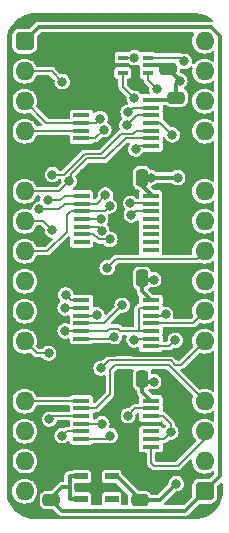
<source format=gbr>
%TF.GenerationSoftware,KiCad,Pcbnew,7.0.5*%
%TF.CreationDate,2024-01-10T18:41:48+02:00*%
%TF.ProjectId,Device Decode stage A,44657669-6365-4204-9465-636f64652073,rev?*%
%TF.SameCoordinates,Original*%
%TF.FileFunction,Copper,L1,Top*%
%TF.FilePolarity,Positive*%
%FSLAX46Y46*%
G04 Gerber Fmt 4.6, Leading zero omitted, Abs format (unit mm)*
G04 Created by KiCad (PCBNEW 7.0.5) date 2024-01-10 18:41:48*
%MOMM*%
%LPD*%
G01*
G04 APERTURE LIST*
G04 Aperture macros list*
%AMRoundRect*
0 Rectangle with rounded corners*
0 $1 Rounding radius*
0 $2 $3 $4 $5 $6 $7 $8 $9 X,Y pos of 4 corners*
0 Add a 4 corners polygon primitive as box body*
4,1,4,$2,$3,$4,$5,$6,$7,$8,$9,$2,$3,0*
0 Add four circle primitives for the rounded corners*
1,1,$1+$1,$2,$3*
1,1,$1+$1,$4,$5*
1,1,$1+$1,$6,$7*
1,1,$1+$1,$8,$9*
0 Add four rect primitives between the rounded corners*
20,1,$1+$1,$2,$3,$4,$5,0*
20,1,$1+$1,$4,$5,$6,$7,0*
20,1,$1+$1,$6,$7,$8,$9,0*
20,1,$1+$1,$8,$9,$2,$3,0*%
G04 Aperture macros list end*
%TA.AperFunction,SMDPad,CuDef*%
%ADD10R,1.475000X0.450000*%
%TD*%
%TA.AperFunction,SMDPad,CuDef*%
%ADD11R,1.450000X0.450000*%
%TD*%
%TA.AperFunction,SMDPad,CuDef*%
%ADD12R,1.150000X0.600000*%
%TD*%
%TA.AperFunction,SMDPad,CuDef*%
%ADD13RoundRect,0.250000X0.475000X-0.250000X0.475000X0.250000X-0.475000X0.250000X-0.475000X-0.250000X0*%
%TD*%
%TA.AperFunction,ComponentPad*%
%ADD14RoundRect,0.400000X-0.400000X-0.400000X0.400000X-0.400000X0.400000X0.400000X-0.400000X0.400000X0*%
%TD*%
%TA.AperFunction,ComponentPad*%
%ADD15O,1.600000X1.600000*%
%TD*%
%TA.AperFunction,ComponentPad*%
%ADD16R,1.600000X1.600000*%
%TD*%
%TA.AperFunction,SMDPad,CuDef*%
%ADD17RoundRect,0.250000X0.250000X0.475000X-0.250000X0.475000X-0.250000X-0.475000X0.250000X-0.475000X0*%
%TD*%
%TA.AperFunction,SMDPad,CuDef*%
%ADD18RoundRect,0.250000X-0.475000X0.250000X-0.475000X-0.250000X0.475000X-0.250000X0.475000X0.250000X0*%
%TD*%
%TA.AperFunction,SMDPad,CuDef*%
%ADD19R,0.875000X0.450000*%
%TD*%
%TA.AperFunction,ViaPad*%
%ADD20C,0.800000*%
%TD*%
%TA.AperFunction,Conductor*%
%ADD21C,0.380000*%
%TD*%
%TA.AperFunction,Conductor*%
%ADD22C,0.200000*%
%TD*%
G04 APERTURE END LIST*
D10*
%TO.P,IC13,1,1A*%
%TO.N,/A3*%
X93709000Y-88855000D03*
%TO.P,IC13,2,1Y*%
%TO.N,/~{A3}*%
X93709000Y-89505000D03*
%TO.P,IC13,3,2A*%
%TO.N,/A4*%
X93709000Y-90155000D03*
%TO.P,IC13,4,2Y*%
%TO.N,/~{A4}*%
X93709000Y-90805000D03*
%TO.P,IC13,5,3A*%
%TO.N,/A13*%
X93709000Y-91455000D03*
%TO.P,IC13,6,3Y*%
%TO.N,/~{A13}*%
X93709000Y-92105000D03*
%TO.P,IC13,7,GND*%
%TO.N,/GND*%
X93709000Y-92755000D03*
%TO.P,IC13,8,4Y*%
%TO.N,/~{Reset}*%
X99585000Y-92755000D03*
%TO.P,IC13,9,4A*%
%TO.N,/Reset*%
X99585000Y-92105000D03*
%TO.P,IC13,10,5Y*%
%TO.N,unconnected-(IC13-5Y-Pad10)*%
X99585000Y-91455000D03*
%TO.P,IC13,11,5A*%
%TO.N,/GND*%
X99585000Y-90805000D03*
%TO.P,IC13,12,6Y*%
%TO.N,/Reset*%
X99585000Y-90155000D03*
%TO.P,IC13,13,6A*%
%TO.N,/~{Reset}_{IN}*%
X99585000Y-89505000D03*
%TO.P,IC13,14,3V*%
%TO.N,/3.3V*%
X99585000Y-88855000D03*
%TD*%
%TO.P,IC6,1,1A*%
%TO.N,/A15*%
X93709000Y-80346000D03*
%TO.P,IC6,2,1B*%
%TO.N,/A14*%
X93709000Y-80996000D03*
%TO.P,IC6,3,1Y*%
%TO.N,/A15+A14*%
X93709000Y-81646000D03*
%TO.P,IC6,4,2A*%
%TO.N,/~{Device ROM}_{part}*%
X93709000Y-82296000D03*
%TO.P,IC6,5,2B*%
%TO.N,/~{Device Select}*%
X93709000Y-82946000D03*
%TO.P,IC6,6,2Y*%
%TO.N,/~{Device ROM}*%
X93709000Y-83596000D03*
%TO.P,IC6,7,GND*%
%TO.N,/GND*%
X93709000Y-84246000D03*
%TO.P,IC6,8,3Y*%
%TO.N,/~{Device Registers}*%
X99585000Y-84246000D03*
%TO.P,IC6,9,3A*%
%TO.N,/~{Device Registers}_{part}*%
X99585000Y-83596000D03*
%TO.P,IC6,10,3B*%
%TO.N,/~{Device Select}*%
X99585000Y-82946000D03*
%TO.P,IC6,11,4Y*%
%TO.N,/~{Device RAM}*%
X99585000Y-82296000D03*
%TO.P,IC6,12,4A*%
%TO.N,/~{Device RAM}_{part}*%
X99585000Y-81646000D03*
%TO.P,IC6,13,4B*%
%TO.N,/~{Device Select}*%
X99585000Y-80996000D03*
%TO.P,IC6,14,3V*%
%TO.N,/3.3V*%
X99585000Y-80346000D03*
%TD*%
%TO.P,IC3,1,1A*%
%TO.N,/GND*%
X93709000Y-63389842D03*
%TO.P,IC3,2,1B*%
X93709000Y-64039842D03*
%TO.P,IC3,3,1Y*%
%TO.N,unconnected-(IC3-1Y-Pad3)*%
X93709000Y-64689842D03*
%TO.P,IC3,4,2A*%
%TO.N,/A16*%
X93709000Y-65339842D03*
%TO.P,IC3,5,2B*%
%TO.N,/A15*%
X93709000Y-65989842D03*
%TO.P,IC3,6,2Y*%
%TO.N,/~{A16+A15}*%
X93709000Y-66639842D03*
%TO.P,IC3,7,GND*%
%TO.N,/GND*%
X93709000Y-67289842D03*
%TO.P,IC3,8,3Y*%
%TO.N,/~{A13+A14}*%
X99585000Y-67289842D03*
%TO.P,IC3,9,3A*%
%TO.N,/A14*%
X99585000Y-66639842D03*
%TO.P,IC3,10,3B*%
%TO.N,/A13*%
X99585000Y-65989842D03*
%TO.P,IC3,11,4Y*%
%TO.N,/~{A11+A12}*%
X99585000Y-65339842D03*
%TO.P,IC3,12,4A*%
%TO.N,/A12*%
X99585000Y-64689842D03*
%TO.P,IC3,13,4B*%
%TO.N,/A11*%
X99585000Y-64039842D03*
%TO.P,IC3,14,3V*%
%TO.N,/3.3V*%
X99585000Y-63389842D03*
%TD*%
D11*
%TO.P,IC2,1,A0*%
%TO.N,/A10*%
X93722000Y-71512000D03*
%TO.P,IC2,2,A1*%
%TO.N,/A11*%
X93722000Y-72162000D03*
%TO.P,IC2,3,A2*%
%TO.N,/A12*%
X93722000Y-72812000D03*
%TO.P,IC2,4,~{E1}*%
%TO.N,/A16*%
X93722000Y-73462000D03*
%TO.P,IC2,5,~{E2}*%
%TO.N,/A15+A14*%
X93722000Y-74112000D03*
%TO.P,IC2,6,E3*%
%TO.N,/~{A13}*%
X93722000Y-74762000D03*
%TO.P,IC2,7,~{Y7}*%
%TO.N,unconnected-(IC2-~{Y7}-Pad7)*%
X93722000Y-75412000D03*
%TO.P,IC2,8,GND*%
%TO.N,/GND*%
X93722000Y-76062000D03*
%TO.P,IC2,9,~{Y6}*%
%TO.N,unconnected-(IC2-~{Y6}-Pad9)*%
X99572000Y-76062000D03*
%TO.P,IC2,10,~{Y5}*%
%TO.N,unconnected-(IC2-~{Y5}-Pad10)*%
X99572000Y-75412000D03*
%TO.P,IC2,11,~{Y4}*%
%TO.N,unconnected-(IC2-~{Y4}-Pad11)*%
X99572000Y-74762000D03*
%TO.P,IC2,12,~{Y3}*%
%TO.N,unconnected-(IC2-~{Y3}-Pad12)*%
X99572000Y-74112000D03*
%TO.P,IC2,13,~{Y2}*%
%TO.N,unconnected-(IC2-~{Y2}-Pad13)*%
X99572000Y-73462000D03*
%TO.P,IC2,14,~{Y1}*%
%TO.N,/~{Device Registers}_{part}*%
X99572000Y-72812000D03*
%TO.P,IC2,15,~{Y0}*%
%TO.N,/~{Device ROM}_{part}*%
X99572000Y-72162000D03*
%TO.P,IC2,16,3V*%
%TO.N,/3.3V*%
X99572000Y-71512000D03*
%TD*%
D12*
%TO.P,IC1,1,VIN*%
%TO.N,/5V*%
X93666000Y-95255012D03*
%TO.P,IC1,2,GND*%
%TO.N,/GND*%
X93666000Y-96205012D03*
%TO.P,IC1,3,EN*%
%TO.N,/5V*%
X93666000Y-97155012D03*
%TO.P,IC1,4,ADJ*%
%TO.N,unconnected-(IC1-ADJ-Pad4)*%
X96266000Y-97155012D03*
%TO.P,IC1,5,VOUT*%
%TO.N,/3.3V*%
X96266000Y-95255012D03*
%TD*%
D13*
%TO.P,C10,1*%
%TO.N,/5V*%
X91156000Y-97266012D03*
%TO.P,C10,2*%
%TO.N,/GND*%
X91156000Y-95366012D03*
%TD*%
D14*
%TO.P,J1,1,Pin_1*%
%TO.N,/5V*%
X88900000Y-58420000D03*
D15*
%TO.P,J1,2,Pin_2*%
%TO.N,/~{Device Select}*%
X88900000Y-60960000D03*
%TO.P,J1,3,Pin_3*%
%TO.N,/A16*%
X88900000Y-63500000D03*
%TO.P,J1,4,Pin_4*%
%TO.N,/A15*%
X88900000Y-66040000D03*
D16*
%TO.P,J1,5,Pin_5*%
%TO.N,/GND*%
X88900000Y-68580000D03*
D15*
%TO.P,J1,6,Pin_6*%
%TO.N,/A14*%
X88900000Y-71120000D03*
%TO.P,J1,7,Pin_7*%
%TO.N,/A13*%
X88900000Y-73660000D03*
%TO.P,J1,8,Pin_8*%
%TO.N,/A12*%
X88900000Y-76200000D03*
%TO.P,J1,9,Pin_9*%
%TO.N,/A11*%
X88900000Y-78740000D03*
%TO.P,J1,10,Pin_10*%
%TO.N,/A10*%
X88900000Y-81280000D03*
%TO.P,J1,11,Pin_11*%
%TO.N,/A4*%
X88900000Y-83820000D03*
D16*
%TO.P,J1,12,Pin_12*%
%TO.N,/GND*%
X88900000Y-86360000D03*
D15*
%TO.P,J1,13,Pin_13*%
%TO.N,/A3*%
X88900000Y-88900000D03*
%TO.P,J1,14,Pin_14*%
%TO.N,unconnected-(J1-Pin_14-Pad14)*%
X88900000Y-91440000D03*
%TO.P,J1,15,Pin_15*%
%TO.N,/~{Reset}_{IN}*%
X88900000Y-93980000D03*
%TO.P,J1,16,Pin_16*%
%TO.N,unconnected-(J1-Pin_16-Pad16)*%
X88900000Y-96520000D03*
D14*
%TO.P,J1,17,Pin_17*%
%TO.N,/5V*%
X104140000Y-96520000D03*
D15*
%TO.P,J1,18,Pin_18*%
%TO.N,/Reset*%
X104140000Y-93980000D03*
%TO.P,J1,19,Pin_19*%
%TO.N,/~{Reset}*%
X104140000Y-91440000D03*
%TO.P,J1,20,Pin_20*%
%TO.N,/~{A3}*%
X104140000Y-88900000D03*
D16*
%TO.P,J1,21,Pin_21*%
%TO.N,/GND*%
X104140000Y-86360000D03*
D15*
%TO.P,J1,22,Pin_22*%
%TO.N,/~{A4}*%
X104140000Y-83820000D03*
%TO.P,J1,23,Pin_23*%
%TO.N,/~{Device RAM}*%
X104140000Y-81280000D03*
%TO.P,J1,24,Pin_24*%
%TO.N,/~{Device Registers}*%
X104140000Y-78740000D03*
%TO.P,J1,25,Pin_25*%
%TO.N,/~{Device ROM}*%
X104140000Y-76200000D03*
%TO.P,J1,26,Pin_26*%
%TO.N,unconnected-(J1-Pin_26-Pad26)*%
X104140000Y-73660000D03*
%TO.P,J1,27,Pin_27*%
%TO.N,unconnected-(J1-Pin_27-Pad27)*%
X104140000Y-71120000D03*
D16*
%TO.P,J1,28,Pin_28*%
%TO.N,/GND*%
X104140000Y-68580000D03*
D15*
%TO.P,J1,29,Pin_29*%
%TO.N,unconnected-(J1-Pin_29-Pad29)*%
X104140000Y-66040000D03*
%TO.P,J1,30,Pin_30*%
%TO.N,unconnected-(J1-Pin_30-Pad30)*%
X104140000Y-63500000D03*
%TO.P,J1,31,Pin_31*%
%TO.N,unconnected-(J1-Pin_31-Pad31)*%
X104140000Y-60960000D03*
%TO.P,J1,32,Pin_32*%
%TO.N,unconnected-(J1-Pin_32-Pad32)*%
X104140000Y-58420000D03*
%TD*%
D17*
%TO.P,C5,1*%
%TO.N,/3.3V*%
X98851000Y-69977000D03*
%TO.P,C5,2*%
%TO.N,/GND*%
X96951000Y-69977000D03*
%TD*%
%TO.P,C2,1*%
%TO.N,/3.3V*%
X98851000Y-86995000D03*
%TO.P,C2,2*%
%TO.N,/GND*%
X96951000Y-86995000D03*
%TD*%
D13*
%TO.P,C11,1*%
%TO.N,/3.3V*%
X98649000Y-97266012D03*
%TO.P,C11,2*%
%TO.N,/GND*%
X98649000Y-95366012D03*
%TD*%
%TO.P,C12,1*%
%TO.N,/3.3V*%
X101046000Y-60751000D03*
%TO.P,C12,2*%
%TO.N,/GND*%
X101046000Y-58851000D03*
%TD*%
D18*
%TO.P,C1,1*%
%TO.N,/3.3V*%
X101727000Y-63201000D03*
%TO.P,C1,2*%
%TO.N,/GND*%
X101727000Y-65101000D03*
%TD*%
D17*
%TO.P,C9,1*%
%TO.N,/3.3V*%
X98851000Y-78486000D03*
%TO.P,C9,2*%
%TO.N,/GND*%
X96951000Y-78486000D03*
%TD*%
D19*
%TO.P,IC5,1,A*%
%TO.N,/~{A16+A15}*%
X97190000Y-59802000D03*
%TO.P,IC5,2,GND*%
%TO.N,/GND*%
X97190000Y-60452000D03*
%TO.P,IC5,3,B*%
%TO.N,/~{A13+A14}*%
X97190000Y-61102000D03*
%TO.P,IC5,4,Y*%
%TO.N,/~{Device RAM}_{part}*%
X99314000Y-61102000D03*
%TO.P,IC5,5,3V*%
%TO.N,/3.3V*%
X99314000Y-60452000D03*
%TO.P,IC5,6,C*%
%TO.N,/~{A11+A12}*%
X99314000Y-59802000D03*
%TD*%
D20*
%TO.N,/GND*%
X97282000Y-82169000D03*
X93932318Y-69548318D03*
X97281992Y-84201000D03*
X101674056Y-84889295D03*
X101727000Y-79629000D03*
X92202000Y-67310000D03*
X97663000Y-87249000D03*
X97790000Y-95123000D03*
X100965000Y-93661000D03*
X102489000Y-90678004D03*
%TO.N,/3.3V*%
X99568000Y-69977000D03*
X99822000Y-78613000D03*
X101727000Y-95885000D03*
X99822000Y-87249000D03*
X101854000Y-69977000D03*
X102031475Y-61772469D03*
%TO.N,/~{A4}*%
X95438990Y-90805000D03*
X95377000Y-86106000D03*
%TO.N,/A10*%
X90848000Y-71870082D03*
%TO.N,/A11*%
X97649025Y-64436867D03*
X95732318Y-71444686D03*
X90148000Y-72649664D03*
%TO.N,/A12*%
X96085978Y-72380063D03*
X97536000Y-65539842D03*
%TO.N,/A13*%
X91248000Y-74421999D03*
X92075000Y-91821000D03*
X91248000Y-69723000D03*
%TO.N,/A14*%
X92663844Y-70249023D03*
X92329000Y-80996016D03*
%TO.N,/A15*%
X92372000Y-79894027D03*
%TO.N,/A16*%
X95281748Y-64965281D03*
X95332318Y-73471000D03*
%TO.N,/A15+A14*%
X95009311Y-81596000D03*
X95425339Y-74466666D03*
%TO.N,/~{A13}*%
X96102671Y-75202347D03*
X96139000Y-91821000D03*
%TO.N,/A4*%
X90994000Y-90424000D03*
X90932000Y-84836000D03*
%TO.N,/~{Device Registers}*%
X101648110Y-83746119D03*
%TO.N,/~{Device ROM}*%
X96503561Y-83456000D03*
X95885000Y-77597000D03*
%TO.N,/~{Device Select}*%
X92329000Y-82946002D03*
X92075000Y-61849000D03*
%TO.N,/~{Device Registers}_{part}*%
X97926405Y-73133150D03*
X98149523Y-83703599D03*
%TO.N,/~{Device ROM}_{part}*%
X97850923Y-72136000D03*
X97155000Y-80772000D03*
%TO.N,/~{A16+A15}*%
X98171000Y-59816996D03*
X95604035Y-65911926D03*
%TO.N,/~{A13+A14}*%
X98298000Y-67564000D03*
X98171000Y-63246000D03*
%TO.N,/~{A11+A12}*%
X101409500Y-66357500D03*
X102428192Y-60137188D03*
%TO.N,/~{Device RAM}_{part}*%
X100838000Y-81534000D03*
X100076000Y-62484000D03*
%TO.N,/Reset*%
X101269615Y-91516385D03*
%TO.N,/~{Reset}_{IN}*%
X97635000Y-90135982D03*
%TD*%
D21*
%TO.N,/5V*%
X92711000Y-95255012D02*
X92701000Y-95265012D01*
X104632915Y-57230000D02*
X105410000Y-58007085D01*
X105410000Y-58007085D02*
X105410000Y-95250000D01*
X92046000Y-98156012D02*
X91156000Y-97266012D01*
X104140000Y-96520000D02*
X102503988Y-98156012D01*
X91156000Y-97094012D02*
X92045000Y-96205012D01*
X105410000Y-95250000D02*
X104140000Y-96520000D01*
X92701000Y-96205012D02*
X92701000Y-97145012D01*
X92701000Y-95265012D02*
X92701000Y-96205012D01*
X102503988Y-98156012D02*
X92046000Y-98156012D01*
X90090000Y-57230000D02*
X104632915Y-57230000D01*
X92701000Y-97145012D02*
X92711000Y-97155012D01*
X92711000Y-97155012D02*
X93666000Y-97155012D01*
X93666000Y-95255012D02*
X92711000Y-95255012D01*
X92045000Y-96205012D02*
X92701000Y-96205012D01*
X88900000Y-58420000D02*
X90090000Y-57230000D01*
%TO.N,/GND*%
X96951000Y-78790000D02*
X97917000Y-79756000D01*
X87710000Y-67390000D02*
X87710000Y-60245000D01*
X97945000Y-81506000D02*
X97282000Y-82169000D01*
X91957000Y-94565012D02*
X91156000Y-95366012D01*
X88407085Y-95170000D02*
X87710000Y-94472915D01*
X104140000Y-67722915D02*
X104140000Y-68580000D01*
X101601351Y-84962000D02*
X101674056Y-84889295D01*
X100584000Y-77851000D02*
X101727000Y-78994000D01*
X93709000Y-67289842D02*
X92222158Y-67289842D01*
X97927748Y-79766748D02*
X97927748Y-80427519D01*
X101727000Y-78994000D02*
X101727000Y-79629000D01*
X103815000Y-68453000D02*
X98475000Y-68453000D01*
X88265000Y-59690000D02*
X96362500Y-59690000D01*
X96520991Y-84962001D02*
X94107999Y-84962001D01*
X87710000Y-85170000D02*
X88900000Y-86360000D01*
X94966000Y-95860012D02*
X94966000Y-94565012D01*
X88900000Y-86360000D02*
X87710000Y-87550000D01*
X90959988Y-95170000D02*
X88407085Y-95170000D01*
X95343350Y-67289842D02*
X96714000Y-65919191D01*
X96729000Y-92755000D02*
X93709000Y-92755000D01*
X100104000Y-77371000D02*
X100584000Y-77851000D01*
X88900000Y-68580000D02*
X90932000Y-68580000D01*
X93666000Y-96205012D02*
X94621000Y-96205012D01*
X97232012Y-94565012D02*
X97790000Y-95123000D01*
X93722000Y-77974000D02*
X93722000Y-76062000D01*
X87710000Y-94472915D02*
X87710000Y-87550000D01*
X97281992Y-84201000D02*
X96520991Y-84962001D01*
X102489000Y-90678004D02*
X102489000Y-92137000D01*
X87710000Y-60245000D02*
X88265000Y-59690000D01*
X96951000Y-69977000D02*
X94361000Y-69977000D01*
X96382500Y-58928000D02*
X96362500Y-58948000D01*
X98042992Y-84962000D02*
X101601351Y-84962000D01*
X93722000Y-76062000D02*
X93987000Y-76327000D01*
X96845000Y-90953000D02*
X96951000Y-91059000D01*
X98475000Y-68453000D02*
X96951000Y-69977000D01*
X96362500Y-58948000D02*
X96362500Y-59690000D01*
X97281992Y-84201000D02*
X98042992Y-84962000D01*
X97927748Y-80427519D02*
X97945000Y-80444771D01*
X97945000Y-80444771D02*
X97945000Y-81506000D01*
X97028000Y-75394247D02*
X97028000Y-70054000D01*
X96095247Y-76327000D02*
X97028000Y-75394247D01*
X92222158Y-67289842D02*
X92202000Y-67310000D01*
X97236992Y-84246000D02*
X97281992Y-84201000D01*
X93709000Y-67289842D02*
X95343350Y-67289842D01*
X102489000Y-92137000D02*
X100965000Y-93661000D01*
X92710000Y-86360000D02*
X88900000Y-86360000D01*
X97917000Y-79756000D02*
X97927748Y-79766748D01*
X88900000Y-68580000D02*
X87710000Y-69770000D01*
X93709000Y-84246000D02*
X97236992Y-84246000D01*
X94234000Y-78486000D02*
X93722000Y-77974000D01*
X96845000Y-87101000D02*
X96845000Y-90953000D01*
X96951000Y-92533000D02*
X96729000Y-92755000D01*
X94966000Y-94565012D02*
X97232012Y-94565012D01*
X96362500Y-60203000D02*
X96484500Y-60325000D01*
X93987000Y-76327000D02*
X96095247Y-76327000D01*
X90932000Y-68580000D02*
X92202000Y-67310000D01*
X88900000Y-68580000D02*
X87710000Y-67390000D01*
X101727000Y-65309915D02*
X104140000Y-67722915D01*
X94107999Y-84962001D02*
X92710000Y-86360000D01*
X98066000Y-77371000D02*
X100104000Y-77371000D01*
X96951000Y-91059000D02*
X96951000Y-92533000D01*
X96951000Y-78486000D02*
X98066000Y-77371000D01*
X97205000Y-87249000D02*
X97663000Y-87249000D01*
X96362500Y-59690000D02*
X96362500Y-60203000D01*
X94361000Y-69977000D02*
X93932318Y-69548318D01*
X98471988Y-95123000D02*
X97790000Y-95123000D01*
X94966000Y-94565012D02*
X91957000Y-94565012D01*
X100969000Y-58928000D02*
X96382500Y-58928000D01*
X96951000Y-78486000D02*
X94234000Y-78486000D01*
X94621000Y-96205012D02*
X94966000Y-95860012D01*
X87710000Y-69770000D02*
X87710000Y-85170000D01*
%TO.N,/3.3V*%
X101046000Y-60751000D02*
X102031475Y-61736475D01*
X98649000Y-97266012D02*
X100345988Y-97266012D01*
X101727000Y-63201000D02*
X101727000Y-62076944D01*
X98851000Y-79612000D02*
X99585000Y-80346000D01*
X96266000Y-95255012D02*
X96704000Y-95255012D01*
X101727000Y-62076944D02*
X102031475Y-61772469D01*
X99568000Y-69977000D02*
X101854000Y-69977000D01*
X102031475Y-61736475D02*
X102031475Y-61772469D01*
X98851000Y-69977000D02*
X99568000Y-69977000D01*
X101555000Y-63373000D02*
X99601842Y-63373000D01*
X100345988Y-97266012D02*
X101727000Y-95885000D01*
X96704000Y-95255012D02*
X98649000Y-97200012D01*
X98851000Y-69977000D02*
X98851000Y-70657000D01*
X99822000Y-78613000D02*
X98978000Y-78613000D01*
X98851000Y-70657000D02*
X99572000Y-71378000D01*
X98851000Y-78486000D02*
X98851000Y-79612000D01*
X98851000Y-88121000D02*
X99585000Y-88855000D01*
X99572000Y-71378000D02*
X99572000Y-71512000D01*
X99105000Y-87249000D02*
X99822000Y-87249000D01*
X100747000Y-60452000D02*
X99314000Y-60452000D01*
X98851000Y-86995000D02*
X98851000Y-88121000D01*
D22*
%TO.N,/A3*%
X93709000Y-88855000D02*
X88945000Y-88855000D01*
%TO.N,/~{A4}*%
X101629685Y-85824000D02*
X102136000Y-85824000D01*
X101257686Y-85452000D02*
X101629685Y-85824000D01*
X95377000Y-86106000D02*
X96031000Y-85452000D01*
X93709000Y-90805000D02*
X95438990Y-90805000D01*
X96031000Y-85452000D02*
X101257686Y-85452000D01*
X102136000Y-85824000D02*
X104140000Y-83820000D01*
%TO.N,/~{A3}*%
X93709000Y-89505000D02*
X94900500Y-89505000D01*
X101092000Y-85852000D02*
X104140000Y-88900000D01*
X96151000Y-86221000D02*
X96520000Y-85852000D01*
X94900500Y-89505000D02*
X96151000Y-88254500D01*
X96520000Y-85852000D02*
X101092000Y-85852000D01*
X96151000Y-88254500D02*
X96151000Y-86221000D01*
%TO.N,/A10*%
X92289000Y-71512000D02*
X91930918Y-71870082D01*
X93722000Y-71512000D02*
X92289000Y-71512000D01*
X91930918Y-71870082D02*
X90848000Y-71870082D01*
%TO.N,/A11*%
X91801336Y-72649664D02*
X90148000Y-72649664D01*
X98046050Y-64039842D02*
X97649025Y-64436867D01*
X93722000Y-72162000D02*
X95015004Y-72162000D01*
X93722000Y-72162000D02*
X92289000Y-72162000D01*
X95015004Y-72162000D02*
X95732318Y-71444686D01*
X99585000Y-64039842D02*
X98046050Y-64039842D01*
X92289000Y-72162000D02*
X91801336Y-72649664D01*
%TO.N,/A12*%
X98386000Y-64689842D02*
X97536000Y-65539842D01*
X93722000Y-72812000D02*
X92796000Y-72812000D01*
X90805000Y-76200000D02*
X88900000Y-76200000D01*
X99585000Y-64689842D02*
X98386000Y-64689842D01*
X92456000Y-74549000D02*
X90805000Y-76200000D01*
X93763000Y-72771000D02*
X95695041Y-72771000D01*
X95695041Y-72771000D02*
X96085978Y-72380063D01*
X92796000Y-72812000D02*
X92456000Y-73152000D01*
X92456000Y-73152000D02*
X92456000Y-74549000D01*
%TO.N,/A13*%
X92441000Y-91455000D02*
X92075000Y-91821000D01*
X93709000Y-91455000D02*
X92441000Y-91455000D01*
X98352314Y-65989842D02*
X98102314Y-66239842D01*
X95381156Y-67945000D02*
X97086314Y-66239842D01*
X99585000Y-65989842D02*
X98352314Y-65989842D01*
X98102314Y-66239842D02*
X97086314Y-66239842D01*
X88900000Y-73660000D02*
X90486001Y-73660000D01*
X93980000Y-67945000D02*
X95381156Y-67945000D01*
X90486001Y-73660000D02*
X91248000Y-74421999D01*
X92202000Y-69723000D02*
X91248000Y-69723000D01*
X93980000Y-67945000D02*
X92202000Y-69723000D01*
%TO.N,/A14*%
X92837000Y-69653686D02*
X94145686Y-68345000D01*
X88900000Y-71120000D02*
X91792867Y-71120000D01*
X92329006Y-80996010D02*
X92329000Y-80996016D01*
X91792867Y-71120000D02*
X92663844Y-70249023D01*
X92663844Y-70249023D02*
X92837000Y-70075867D01*
X95738862Y-68345000D02*
X97444020Y-66639842D01*
X93708990Y-80996010D02*
X92329006Y-80996010D01*
X97444020Y-66639842D02*
X99585000Y-66639842D01*
X92837000Y-70075867D02*
X92837000Y-69653686D01*
X94145686Y-68345000D02*
X95738862Y-68345000D01*
%TO.N,/A15*%
X92823973Y-80346000D02*
X92372000Y-79894027D01*
X93709000Y-80346000D02*
X92823973Y-80346000D01*
X93709000Y-65989842D02*
X88950158Y-65989842D01*
%TO.N,/A16*%
X95323318Y-73462000D02*
X95332318Y-73471000D01*
X93709000Y-65339842D02*
X94907187Y-65339842D01*
X90739842Y-65339842D02*
X93709000Y-65339842D01*
X88900000Y-63500000D02*
X90739842Y-65339842D01*
X94907187Y-65339842D02*
X95281748Y-64965281D01*
X93722000Y-73462000D02*
X95323318Y-73462000D01*
%TO.N,/A15+A14*%
X95042368Y-74171000D02*
X95214000Y-74171000D01*
X95425339Y-74382339D02*
X95425339Y-74466666D01*
X94959311Y-81646000D02*
X95009311Y-81596000D01*
X93709000Y-81646000D02*
X94959311Y-81646000D01*
X94983368Y-74112000D02*
X95042368Y-74171000D01*
X95214000Y-74171000D02*
X95425339Y-74382339D01*
X93722000Y-74112000D02*
X94983368Y-74112000D01*
%TO.N,/~{A13}*%
X93709000Y-92105000D02*
X95855000Y-92105000D01*
X95171070Y-75202347D02*
X96102671Y-75202347D01*
X93727384Y-74756616D02*
X94725339Y-74756616D01*
X95855000Y-92105000D02*
X96139000Y-91821000D01*
X94725339Y-74756616D02*
X95171070Y-75202347D01*
%TO.N,/A4*%
X91263000Y-90155000D02*
X90994000Y-90424000D01*
X89916000Y-84836000D02*
X90932000Y-84836000D01*
X88900000Y-83820000D02*
X89916000Y-84836000D01*
X93709000Y-90155000D02*
X91263000Y-90155000D01*
%TO.N,/~{Device Registers}*%
X99585000Y-84246000D02*
X101148229Y-84246000D01*
X101148229Y-84246000D02*
X101648110Y-83746119D01*
%TO.N,/~{Device ROM}*%
X96601000Y-76881000D02*
X95885000Y-77597000D01*
X103459000Y-76881000D02*
X96601000Y-76881000D01*
X96363561Y-83596000D02*
X96503561Y-83456000D01*
X104140000Y-76200000D02*
X103459000Y-76881000D01*
X93709000Y-83596000D02*
X96363561Y-83596000D01*
%TO.N,/~{Device RAM}*%
X99585000Y-82296000D02*
X103124000Y-82296000D01*
X103124000Y-82296000D02*
X104140000Y-81280000D01*
%TO.N,/~{Device Select}*%
X98547500Y-82941500D02*
X98552000Y-82946000D01*
X93708998Y-82946002D02*
X92329000Y-82946002D01*
X98647500Y-80996000D02*
X98547500Y-81096000D01*
X96793511Y-82756000D02*
X96983511Y-82946000D01*
X98547500Y-81096000D02*
X98547500Y-82941500D01*
X98552000Y-82946000D02*
X99585000Y-82946000D01*
X96983511Y-82946000D02*
X98552000Y-82946000D01*
X91186000Y-60960000D02*
X92075000Y-61849000D01*
X88900000Y-60960000D02*
X91186000Y-60960000D01*
X95833470Y-82946000D02*
X96023470Y-82756000D01*
X96023470Y-82756000D02*
X96793511Y-82756000D01*
X93709000Y-82946000D02*
X95833470Y-82946000D01*
X99585000Y-80996000D02*
X98647500Y-80996000D01*
%TO.N,/~{Device Registers}_{part}*%
X98257122Y-83596000D02*
X98149523Y-83703599D01*
X99585000Y-83596000D02*
X98257122Y-83596000D01*
X98288555Y-72771000D02*
X97926405Y-73133150D01*
X99531000Y-72771000D02*
X98288555Y-72771000D01*
%TO.N,/~{Device ROM}_{part}*%
X95631000Y-82296000D02*
X97155000Y-80772000D01*
X93709000Y-82296000D02*
X95631000Y-82296000D01*
X99546000Y-72136000D02*
X97850923Y-72136000D01*
%TO.N,/~{A16+A15}*%
X97205000Y-59817000D02*
X98170996Y-59817000D01*
X98170996Y-59817000D02*
X98171000Y-59816996D01*
X94876119Y-66639842D02*
X95604035Y-65911926D01*
X93709000Y-66639842D02*
X94876119Y-66639842D01*
%TO.N,/~{A13+A14}*%
X99585000Y-67289842D02*
X98572158Y-67289842D01*
X98572158Y-67289842D02*
X98298000Y-67564000D01*
X97190000Y-61102000D02*
X97190000Y-62265000D01*
X97190000Y-62265000D02*
X98171000Y-63246000D01*
%TO.N,/~{A11+A12}*%
X100391842Y-65339842D02*
X101409500Y-66357500D01*
X102428192Y-60137188D02*
X102093004Y-59802000D01*
X102093004Y-59802000D02*
X99314000Y-59802000D01*
X99585000Y-65339842D02*
X100391842Y-65339842D01*
%TO.N,/~{Device RAM}_{part}*%
X99314000Y-61102000D02*
X99314000Y-61722000D01*
X99585000Y-81646000D02*
X100726000Y-81646000D01*
X100726000Y-81646000D02*
X100838000Y-81534000D01*
X99314000Y-61722000D02*
X100076000Y-62484000D01*
%TO.N,/Reset*%
X99585000Y-90155000D02*
X100569000Y-90155000D01*
X100569000Y-90155000D02*
X101269615Y-90855615D01*
X100681000Y-92105000D02*
X101269615Y-91516385D01*
X101269615Y-90855615D02*
X101269615Y-91516385D01*
X99585000Y-92105000D02*
X100681000Y-92105000D01*
%TO.N,/~{Reset}*%
X99585000Y-92755000D02*
X99585000Y-94124000D01*
X99822000Y-94361000D02*
X101854000Y-94361000D01*
X99585000Y-94124000D02*
X99822000Y-94361000D01*
X101854000Y-94361000D02*
X104140000Y-92075000D01*
%TO.N,/~{Reset}_{IN}*%
X98265982Y-89505000D02*
X97635000Y-90135982D01*
X99585000Y-89505000D02*
X98265982Y-89505000D01*
%TD*%
%TA.AperFunction,Conductor*%
%TO.N,/GND*%
G36*
X103306138Y-56056880D02*
G01*
X103306155Y-56056881D01*
X103585390Y-56073767D01*
X103592823Y-56074671D01*
X103617541Y-56079200D01*
X103866153Y-56124757D01*
X103873415Y-56126548D01*
X104138710Y-56209215D01*
X104145716Y-56211872D01*
X104399109Y-56325911D01*
X104405740Y-56329391D01*
X104643553Y-56473152D01*
X104649700Y-56477395D01*
X104765209Y-56567889D01*
X104805842Y-56624728D01*
X104809295Y-56694513D01*
X104774472Y-56755086D01*
X104712428Y-56787216D01*
X104688737Y-56789500D01*
X104642319Y-56789500D01*
X104640037Y-56789457D01*
X104615976Y-56788557D01*
X104583037Y-56787324D01*
X104573805Y-56788365D01*
X104573708Y-56787510D01*
X104558595Y-56789500D01*
X90118227Y-56789500D01*
X90111288Y-56789110D01*
X90095433Y-56787324D01*
X90073342Y-56784834D01*
X90017347Y-56795430D01*
X90015062Y-56795818D01*
X89958692Y-56804315D01*
X89950758Y-56806762D01*
X89942867Y-56809523D01*
X89892495Y-56836145D01*
X89890427Y-56837189D01*
X89839051Y-56861931D01*
X89832206Y-56866597D01*
X89825466Y-56871572D01*
X89785185Y-56911853D01*
X89783517Y-56913459D01*
X89741710Y-56952251D01*
X89735919Y-56959514D01*
X89735249Y-56958980D01*
X89725968Y-56971069D01*
X89363858Y-57333181D01*
X89302535Y-57366666D01*
X89276177Y-57369500D01*
X88434298Y-57369500D01*
X88397432Y-57372401D01*
X88397426Y-57372402D01*
X88239606Y-57418254D01*
X88239603Y-57418255D01*
X88098137Y-57501917D01*
X88098129Y-57501923D01*
X87981923Y-57618129D01*
X87981917Y-57618137D01*
X87898255Y-57759603D01*
X87898254Y-57759606D01*
X87852402Y-57917426D01*
X87852401Y-57917432D01*
X87849500Y-57954298D01*
X87849500Y-58885701D01*
X87852401Y-58922567D01*
X87852402Y-58922573D01*
X87898254Y-59080393D01*
X87898255Y-59080396D01*
X87981917Y-59221862D01*
X87981923Y-59221870D01*
X88098129Y-59338076D01*
X88098133Y-59338079D01*
X88098135Y-59338081D01*
X88239602Y-59421744D01*
X88274266Y-59431815D01*
X88397426Y-59467597D01*
X88397429Y-59467597D01*
X88397431Y-59467598D01*
X88434306Y-59470500D01*
X88434314Y-59470500D01*
X89365686Y-59470500D01*
X89365694Y-59470500D01*
X89402569Y-59467598D01*
X89402571Y-59467597D01*
X89402573Y-59467597D01*
X89457985Y-59451498D01*
X89560398Y-59421744D01*
X89701865Y-59338081D01*
X89818081Y-59221865D01*
X89901744Y-59080398D01*
X89947598Y-58922569D01*
X89950500Y-58885694D01*
X89950500Y-58043823D01*
X89970185Y-57976784D01*
X89986819Y-57956142D01*
X90236142Y-57706819D01*
X90297465Y-57673334D01*
X90323823Y-57670500D01*
X103142586Y-57670500D01*
X103209625Y-57690185D01*
X103255380Y-57742989D01*
X103265324Y-57812147D01*
X103251945Y-57852950D01*
X103217482Y-57917426D01*
X103164769Y-58016043D01*
X103104699Y-58214067D01*
X103084417Y-58420000D01*
X103104699Y-58625932D01*
X103104700Y-58625934D01*
X103164768Y-58823954D01*
X103262315Y-59006450D01*
X103262317Y-59006452D01*
X103393589Y-59166410D01*
X103479884Y-59237229D01*
X103553550Y-59297685D01*
X103736046Y-59395232D01*
X103934066Y-59455300D01*
X103934065Y-59455300D01*
X103952529Y-59457118D01*
X104140000Y-59475583D01*
X104345934Y-59455300D01*
X104543954Y-59395232D01*
X104726450Y-59297685D01*
X104766835Y-59264541D01*
X104831145Y-59237229D01*
X104900012Y-59249020D01*
X104951573Y-59296172D01*
X104969500Y-59360395D01*
X104969500Y-60019604D01*
X104949815Y-60086643D01*
X104897011Y-60132398D01*
X104827853Y-60142342D01*
X104766836Y-60115458D01*
X104726453Y-60082317D01*
X104726451Y-60082316D01*
X104726450Y-60082315D01*
X104543954Y-59984768D01*
X104345934Y-59924700D01*
X104345932Y-59924699D01*
X104345934Y-59924699D01*
X104140000Y-59904417D01*
X103934067Y-59924699D01*
X103758692Y-59977898D01*
X103750545Y-59980370D01*
X103736043Y-59984769D01*
X103670873Y-60019604D01*
X103553550Y-60082315D01*
X103553548Y-60082316D01*
X103553547Y-60082317D01*
X103393589Y-60213590D01*
X103289040Y-60340984D01*
X103231295Y-60380318D01*
X103161450Y-60382189D01*
X103101682Y-60346002D01*
X103070966Y-60283246D01*
X103070091Y-60247372D01*
X103074921Y-60207600D01*
X103083470Y-60137188D01*
X103082889Y-60132398D01*
X103064429Y-59980369D01*
X103035624Y-59904417D01*
X103008412Y-59832665D01*
X102918675Y-59702658D01*
X102800432Y-59597905D01*
X102800430Y-59597904D01*
X102800429Y-59597903D01*
X102660557Y-59524491D01*
X102507178Y-59486688D01*
X102507177Y-59486688D01*
X102349207Y-59486688D01*
X102349202Y-59486688D01*
X102331670Y-59491009D01*
X102261868Y-59487937D01*
X102250062Y-59483055D01*
X102201186Y-59468503D01*
X102198747Y-59467722D01*
X102151488Y-59451498D01*
X102144273Y-59450294D01*
X102136957Y-59449382D01*
X102088143Y-59451401D01*
X102087053Y-59451447D01*
X102084493Y-59451500D01*
X100035197Y-59451500D01*
X99968158Y-59431815D01*
X99940813Y-59404953D01*
X99940734Y-59405033D01*
X99932103Y-59396402D01*
X99932101Y-59396399D01*
X99849240Y-59341034D01*
X99849238Y-59341033D01*
X99849235Y-59341032D01*
X99776177Y-59326500D01*
X99776174Y-59326500D01*
X98851826Y-59326500D01*
X98851823Y-59326500D01*
X98778764Y-59341032D01*
X98778757Y-59341035D01*
X98764770Y-59350381D01*
X98698092Y-59371258D01*
X98630713Y-59352772D01*
X98613654Y-59340094D01*
X98601538Y-59329360D01*
X98543240Y-59277713D01*
X98543238Y-59277712D01*
X98543237Y-59277711D01*
X98403365Y-59204299D01*
X98249986Y-59166496D01*
X98249985Y-59166496D01*
X98092015Y-59166496D01*
X98092014Y-59166496D01*
X97938634Y-59204299D01*
X97798764Y-59277710D01*
X97798756Y-59277715D01*
X97772967Y-59300561D01*
X97709733Y-59330279D01*
X97666555Y-59329360D01*
X97652175Y-59326500D01*
X97652174Y-59326500D01*
X96727826Y-59326500D01*
X96727823Y-59326500D01*
X96654764Y-59341032D01*
X96654760Y-59341033D01*
X96571899Y-59396399D01*
X96516533Y-59479260D01*
X96516532Y-59479264D01*
X96502000Y-59552321D01*
X96502000Y-60051678D01*
X96516532Y-60124735D01*
X96516533Y-60124739D01*
X96524851Y-60137188D01*
X96571899Y-60207601D01*
X96631422Y-60247372D01*
X96654760Y-60262966D01*
X96654764Y-60262967D01*
X96727821Y-60277499D01*
X96727824Y-60277500D01*
X97658266Y-60277500D01*
X97658265Y-60279226D01*
X97718836Y-60290708D01*
X97744580Y-60308281D01*
X97798756Y-60356276D01*
X97798758Y-60356277D01*
X97798760Y-60356279D01*
X97798764Y-60356281D01*
X97938634Y-60429692D01*
X98092014Y-60467496D01*
X98092015Y-60467496D01*
X98249985Y-60467496D01*
X98403365Y-60429692D01*
X98444374Y-60408169D01*
X98512882Y-60394443D01*
X98577935Y-60419935D01*
X98618880Y-60476551D01*
X98626000Y-60517965D01*
X98626000Y-60701673D01*
X98636171Y-60752809D01*
X98636171Y-60801188D01*
X98626000Y-60852325D01*
X98626000Y-61351678D01*
X98640532Y-61424735D01*
X98640533Y-61424739D01*
X98640534Y-61424740D01*
X98695899Y-61507601D01*
X98751089Y-61544477D01*
X98778760Y-61562966D01*
X98778764Y-61562967D01*
X98857800Y-61578689D01*
X98857318Y-61581107D01*
X98912063Y-61603204D01*
X98952429Y-61660233D01*
X98959028Y-61705576D01*
X98958956Y-61707310D01*
X98963023Y-61739937D01*
X98963500Y-61747614D01*
X98963500Y-61751040D01*
X98965824Y-61764969D01*
X98966876Y-61771276D01*
X98967245Y-61773808D01*
X98973427Y-61823393D01*
X98975520Y-61830426D01*
X98977907Y-61837379D01*
X98977908Y-61837381D01*
X98978071Y-61837682D01*
X99001691Y-61881330D01*
X99002864Y-61883608D01*
X99024802Y-61928484D01*
X99024804Y-61928486D01*
X99029071Y-61934464D01*
X99033580Y-61940256D01*
X99070342Y-61974099D01*
X99072191Y-61975873D01*
X99252455Y-62156137D01*
X99395309Y-62298990D01*
X99428794Y-62360313D01*
X99430724Y-62401616D01*
X99420722Y-62483999D01*
X99420722Y-62484000D01*
X99439762Y-62640818D01*
X99479794Y-62746371D01*
X99485161Y-62816034D01*
X99452014Y-62877540D01*
X99390876Y-62911362D01*
X99363852Y-62914342D01*
X98822823Y-62914342D01*
X98816761Y-62914939D01*
X98816633Y-62913644D01*
X98753722Y-62908003D01*
X98698553Y-62865130D01*
X98697094Y-62863062D01*
X98661483Y-62811470D01*
X98596148Y-62753589D01*
X98543240Y-62706717D01*
X98543238Y-62706716D01*
X98543237Y-62706715D01*
X98403365Y-62633303D01*
X98249986Y-62595500D01*
X98249985Y-62595500D01*
X98092015Y-62595500D01*
X98092013Y-62595500D01*
X98084572Y-62596404D01*
X98084184Y-62593209D01*
X98028662Y-62590476D01*
X97981724Y-62561042D01*
X97576819Y-62156137D01*
X97543334Y-62094814D01*
X97540500Y-62068456D01*
X97540500Y-61700886D01*
X97560185Y-61633847D01*
X97612989Y-61588092D01*
X97646285Y-61579117D01*
X97646200Y-61578689D01*
X97725235Y-61562967D01*
X97725235Y-61562966D01*
X97725240Y-61562966D01*
X97808101Y-61507601D01*
X97863466Y-61424740D01*
X97878000Y-61351674D01*
X97878000Y-60852326D01*
X97878000Y-60852325D01*
X97878000Y-60852323D01*
X97877999Y-60852321D01*
X97863467Y-60779264D01*
X97863466Y-60779260D01*
X97846632Y-60754066D01*
X97808101Y-60696399D01*
X97734892Y-60647483D01*
X97725239Y-60641033D01*
X97725235Y-60641032D01*
X97652177Y-60626500D01*
X97652174Y-60626500D01*
X96727826Y-60626500D01*
X96727823Y-60626500D01*
X96654764Y-60641032D01*
X96654760Y-60641033D01*
X96571899Y-60696399D01*
X96516533Y-60779260D01*
X96516532Y-60779264D01*
X96502000Y-60852321D01*
X96502000Y-61351678D01*
X96516532Y-61424735D01*
X96516533Y-61424739D01*
X96516534Y-61424740D01*
X96571899Y-61507601D01*
X96627089Y-61544477D01*
X96654760Y-61562966D01*
X96654764Y-61562967D01*
X96733800Y-61578689D01*
X96733564Y-61579871D01*
X96792438Y-61603641D01*
X96832799Y-61660674D01*
X96839500Y-61700886D01*
X96839500Y-62215788D01*
X96836861Y-62241232D01*
X96834957Y-62250311D01*
X96834957Y-62250317D01*
X96839023Y-62282937D01*
X96839500Y-62290614D01*
X96839500Y-62294040D01*
X96840326Y-62298990D01*
X96842876Y-62314276D01*
X96843245Y-62316808D01*
X96849427Y-62366393D01*
X96851520Y-62373426D01*
X96853907Y-62380379D01*
X96853908Y-62380381D01*
X96858185Y-62388284D01*
X96877691Y-62424330D01*
X96878864Y-62426608D01*
X96900802Y-62471484D01*
X96900804Y-62471486D01*
X96905071Y-62477464D01*
X96909582Y-62483259D01*
X96946341Y-62517098D01*
X96948190Y-62518872D01*
X97490309Y-63060991D01*
X97523794Y-63122314D01*
X97525724Y-63163617D01*
X97515722Y-63245999D01*
X97515722Y-63246000D01*
X97534762Y-63402818D01*
X97571619Y-63500000D01*
X97590780Y-63550523D01*
X97615392Y-63586180D01*
X97624836Y-63599862D01*
X97646719Y-63666217D01*
X97629253Y-63733868D01*
X97577986Y-63781338D01*
X97552461Y-63790699D01*
X97416658Y-63824171D01*
X97276787Y-63897582D01*
X97158541Y-64002338D01*
X97068806Y-64132342D01*
X97068805Y-64132343D01*
X97012787Y-64280048D01*
X96993747Y-64436866D01*
X96993747Y-64436867D01*
X97012787Y-64593685D01*
X97068805Y-64741390D01*
X97068806Y-64741391D01*
X97153440Y-64864006D01*
X97175323Y-64930361D01*
X97157857Y-64998012D01*
X97133618Y-65027261D01*
X97045516Y-65105312D01*
X96955781Y-65235317D01*
X96955780Y-65235318D01*
X96899762Y-65383023D01*
X96880722Y-65539841D01*
X96880722Y-65539842D01*
X96899762Y-65696660D01*
X96937811Y-65796984D01*
X96943178Y-65866647D01*
X96910031Y-65928153D01*
X96887790Y-65944126D01*
X96888186Y-65944680D01*
X96873843Y-65954917D01*
X96868057Y-65959421D01*
X96834216Y-65996183D01*
X96832442Y-65998031D01*
X95272293Y-67558181D01*
X95210970Y-67591666D01*
X95184612Y-67594500D01*
X94029211Y-67594500D01*
X94003765Y-67591861D01*
X94002835Y-67591666D01*
X93994685Y-67589957D01*
X93994684Y-67589957D01*
X93994682Y-67589957D01*
X93962061Y-67594023D01*
X93954385Y-67594500D01*
X93950960Y-67594500D01*
X93945754Y-67595368D01*
X93930700Y-67597879D01*
X93928171Y-67598247D01*
X93878608Y-67604426D01*
X93871566Y-67606522D01*
X93864619Y-67608907D01*
X93820683Y-67632683D01*
X93818408Y-67633855D01*
X93773511Y-67655804D01*
X93767535Y-67660070D01*
X93761743Y-67664579D01*
X93727902Y-67701341D01*
X93726128Y-67703189D01*
X92093137Y-69336181D01*
X92031814Y-69369666D01*
X92005456Y-69372500D01*
X91861564Y-69372500D01*
X91794525Y-69352815D01*
X91759513Y-69318938D01*
X91738484Y-69288471D01*
X91705965Y-69259662D01*
X91620240Y-69183717D01*
X91620238Y-69183716D01*
X91620237Y-69183715D01*
X91480365Y-69110303D01*
X91326986Y-69072500D01*
X91326985Y-69072500D01*
X91169015Y-69072500D01*
X91169014Y-69072500D01*
X91015634Y-69110303D01*
X90875762Y-69183715D01*
X90757516Y-69288471D01*
X90667781Y-69418475D01*
X90667780Y-69418476D01*
X90611762Y-69566181D01*
X90592722Y-69722999D01*
X90592722Y-69723000D01*
X90611762Y-69879818D01*
X90648619Y-69977000D01*
X90667780Y-70027523D01*
X90757517Y-70157530D01*
X90875760Y-70262283D01*
X90875762Y-70262284D01*
X91015634Y-70335696D01*
X91169014Y-70373500D01*
X91169015Y-70373500D01*
X91326985Y-70373500D01*
X91480365Y-70335696D01*
X91480364Y-70335696D01*
X91620240Y-70262283D01*
X91738483Y-70157530D01*
X91759513Y-70127061D01*
X91813795Y-70083070D01*
X91861564Y-70073500D01*
X91889911Y-70073500D01*
X91956950Y-70093185D01*
X92002705Y-70145989D01*
X92013007Y-70212446D01*
X92008566Y-70249022D01*
X92008566Y-70249023D01*
X92018568Y-70331403D01*
X92007107Y-70400327D01*
X91983153Y-70434030D01*
X91684002Y-70733182D01*
X91622682Y-70766666D01*
X91596323Y-70769500D01*
X89978127Y-70769500D01*
X89911088Y-70749815D01*
X89868769Y-70703954D01*
X89849879Y-70668615D01*
X89777685Y-70533550D01*
X89696012Y-70434030D01*
X89646410Y-70373589D01*
X89510781Y-70262283D01*
X89486450Y-70242315D01*
X89303954Y-70144768D01*
X89105934Y-70084700D01*
X89105932Y-70084699D01*
X89105934Y-70084699D01*
X88900000Y-70064417D01*
X88694067Y-70084699D01*
X88496043Y-70144769D01*
X88430873Y-70179604D01*
X88313550Y-70242315D01*
X88313548Y-70242316D01*
X88313547Y-70242317D01*
X88153589Y-70373589D01*
X88022317Y-70533547D01*
X88022315Y-70533550D01*
X87992304Y-70589696D01*
X87924769Y-70716043D01*
X87864699Y-70914067D01*
X87844417Y-71120000D01*
X87864699Y-71325932D01*
X87864700Y-71325934D01*
X87924768Y-71523954D01*
X88022315Y-71706450D01*
X88027907Y-71713264D01*
X88153589Y-71866410D01*
X88209539Y-71912326D01*
X88313550Y-71997685D01*
X88496046Y-72095232D01*
X88694066Y-72155300D01*
X88694065Y-72155300D01*
X88714347Y-72157297D01*
X88900000Y-72175583D01*
X89105934Y-72155300D01*
X89303954Y-72095232D01*
X89486450Y-71997685D01*
X89646410Y-71866410D01*
X89777685Y-71706450D01*
X89854276Y-71563158D01*
X89868769Y-71536046D01*
X89917732Y-71486202D01*
X89978127Y-71470500D01*
X90124186Y-71470500D01*
X90191225Y-71490185D01*
X90236980Y-71542989D01*
X90246924Y-71612147D01*
X90240128Y-71638471D01*
X90211763Y-71713263D01*
X90192722Y-71870081D01*
X90192722Y-71875164D01*
X90173037Y-71942203D01*
X90120233Y-71987958D01*
X90076367Y-71997500D01*
X90076460Y-71998260D01*
X90069014Y-71999163D01*
X89915634Y-72036967D01*
X89775762Y-72110379D01*
X89657516Y-72215135D01*
X89567781Y-72345139D01*
X89567780Y-72345140D01*
X89511763Y-72492844D01*
X89499044Y-72597594D01*
X89471422Y-72661772D01*
X89413488Y-72700828D01*
X89343635Y-72702363D01*
X89317496Y-72692006D01*
X89303957Y-72684769D01*
X89303354Y-72684586D01*
X89105934Y-72624700D01*
X89105932Y-72624699D01*
X89105934Y-72624699D01*
X88918463Y-72606235D01*
X88900000Y-72604417D01*
X88899999Y-72604417D01*
X88694067Y-72624699D01*
X88496043Y-72684769D01*
X88430873Y-72719604D01*
X88313550Y-72782315D01*
X88313548Y-72782316D01*
X88313547Y-72782317D01*
X88153589Y-72913589D01*
X88022317Y-73073547D01*
X88022315Y-73073550D01*
X88001333Y-73112805D01*
X87924769Y-73256043D01*
X87864699Y-73454067D01*
X87844417Y-73659999D01*
X87864699Y-73865932D01*
X87876711Y-73905530D01*
X87924768Y-74063954D01*
X88022315Y-74246450D01*
X88053748Y-74284751D01*
X88153589Y-74406410D01*
X88227183Y-74466806D01*
X88313550Y-74537685D01*
X88496046Y-74635232D01*
X88694066Y-74695300D01*
X88694065Y-74695300D01*
X88712529Y-74697118D01*
X88900000Y-74715583D01*
X89105934Y-74695300D01*
X89303954Y-74635232D01*
X89486450Y-74537685D01*
X89646410Y-74406410D01*
X89777685Y-74246450D01*
X89868768Y-74076046D01*
X89917732Y-74026202D01*
X89978127Y-74010500D01*
X90289457Y-74010500D01*
X90356496Y-74030185D01*
X90377138Y-74046819D01*
X90567309Y-74236990D01*
X90600794Y-74298313D01*
X90602724Y-74339616D01*
X90592722Y-74421998D01*
X90592722Y-74421999D01*
X90611762Y-74578817D01*
X90655939Y-74695300D01*
X90667780Y-74726522D01*
X90757517Y-74856529D01*
X90875760Y-74961282D01*
X90875762Y-74961283D01*
X91015634Y-75034695D01*
X91023250Y-75036572D01*
X91169015Y-75072499D01*
X91169018Y-75072499D01*
X91170393Y-75072838D01*
X91230774Y-75107993D01*
X91262563Y-75170213D01*
X91255668Y-75239741D01*
X91228400Y-75280916D01*
X90696137Y-75813181D01*
X90634814Y-75846666D01*
X90608456Y-75849500D01*
X89978127Y-75849500D01*
X89911088Y-75829815D01*
X89868769Y-75783954D01*
X89842460Y-75734735D01*
X89777685Y-75613550D01*
X89725702Y-75550209D01*
X89646410Y-75453589D01*
X89526835Y-75355458D01*
X89486450Y-75322315D01*
X89303954Y-75224768D01*
X89105934Y-75164700D01*
X89105932Y-75164699D01*
X89105934Y-75164699D01*
X88900000Y-75144417D01*
X88694067Y-75164699D01*
X88496043Y-75224769D01*
X88430873Y-75259604D01*
X88313550Y-75322315D01*
X88313548Y-75322316D01*
X88313547Y-75322317D01*
X88153589Y-75453589D01*
X88055977Y-75572532D01*
X88022315Y-75613550D01*
X87996592Y-75661674D01*
X87924769Y-75796043D01*
X87924768Y-75796045D01*
X87924768Y-75796046D01*
X87919830Y-75812325D01*
X87864699Y-75994067D01*
X87844417Y-76200000D01*
X87864699Y-76405932D01*
X87894734Y-76504943D01*
X87924768Y-76603954D01*
X88022315Y-76786450D01*
X88022317Y-76786452D01*
X88153589Y-76946410D01*
X88199763Y-76984303D01*
X88313550Y-77077685D01*
X88496046Y-77175232D01*
X88694066Y-77235300D01*
X88694065Y-77235300D01*
X88714348Y-77237297D01*
X88900000Y-77255583D01*
X89105934Y-77235300D01*
X89303954Y-77175232D01*
X89486450Y-77077685D01*
X89646410Y-76946410D01*
X89777685Y-76786450D01*
X89868768Y-76616046D01*
X89917732Y-76566202D01*
X89978127Y-76550500D01*
X90755789Y-76550500D01*
X90781234Y-76553138D01*
X90790315Y-76555043D01*
X90806005Y-76553087D01*
X90822939Y-76550977D01*
X90830615Y-76550500D01*
X90834035Y-76550500D01*
X90834040Y-76550500D01*
X90843303Y-76548954D01*
X90854278Y-76547123D01*
X90856811Y-76546753D01*
X90906393Y-76540573D01*
X90906399Y-76540569D01*
X90913451Y-76538470D01*
X90920377Y-76536092D01*
X90920381Y-76536092D01*
X90949266Y-76520459D01*
X90964329Y-76512308D01*
X90966590Y-76511143D01*
X91011484Y-76489198D01*
X91011487Y-76489194D01*
X91017453Y-76484935D01*
X91023254Y-76480419D01*
X91023258Y-76480418D01*
X91057101Y-76443653D01*
X91058826Y-76441854D01*
X92539741Y-74960939D01*
X92601062Y-74927456D01*
X92670754Y-74932440D01*
X92726687Y-74974312D01*
X92749038Y-75024433D01*
X92756671Y-75062810D01*
X92756671Y-75111188D01*
X92746500Y-75162325D01*
X92746500Y-75661678D01*
X92761032Y-75734735D01*
X92761033Y-75734739D01*
X92765638Y-75741631D01*
X92816399Y-75817601D01*
X92899260Y-75872966D01*
X92899264Y-75872967D01*
X92972321Y-75887499D01*
X92972324Y-75887500D01*
X92972326Y-75887500D01*
X94471676Y-75887500D01*
X94471677Y-75887499D01*
X94544740Y-75872966D01*
X94627601Y-75817601D01*
X94682966Y-75734740D01*
X94697500Y-75661674D01*
X94697500Y-75530362D01*
X94717185Y-75463323D01*
X94769989Y-75417568D01*
X94839147Y-75407624D01*
X94902703Y-75436649D01*
X94907764Y-75441561D01*
X94909632Y-75443015D01*
X94909633Y-75443016D01*
X94923219Y-75453590D01*
X94935579Y-75463210D01*
X94941342Y-75468300D01*
X94943764Y-75470722D01*
X94960461Y-75482643D01*
X94962499Y-75484163D01*
X95001944Y-75514864D01*
X95001945Y-75514864D01*
X95001946Y-75514865D01*
X95008412Y-75518364D01*
X95015003Y-75521587D01*
X95062892Y-75535844D01*
X95065312Y-75536619D01*
X95112582Y-75552847D01*
X95112587Y-75552847D01*
X95119838Y-75554057D01*
X95127116Y-75554964D01*
X95177032Y-75552899D01*
X95179591Y-75552847D01*
X95489107Y-75552847D01*
X95556146Y-75572532D01*
X95591158Y-75606409D01*
X95612186Y-75636875D01*
X95612187Y-75636876D01*
X95612188Y-75636877D01*
X95730431Y-75741630D01*
X95730433Y-75741631D01*
X95870305Y-75815043D01*
X96023685Y-75852847D01*
X96023686Y-75852847D01*
X96181656Y-75852847D01*
X96335036Y-75815043D01*
X96394270Y-75783954D01*
X96474911Y-75741630D01*
X96593154Y-75636877D01*
X96682891Y-75506870D01*
X96738908Y-75359165D01*
X96757949Y-75202347D01*
X96753090Y-75162325D01*
X96738908Y-75045528D01*
X96696019Y-74932440D01*
X96682891Y-74897824D01*
X96593154Y-74767817D01*
X96474911Y-74663064D01*
X96474909Y-74663063D01*
X96474908Y-74663062D01*
X96335036Y-74589650D01*
X96174374Y-74550052D01*
X96174973Y-74547619D01*
X96121850Y-74524746D01*
X96082802Y-74466806D01*
X96077893Y-74444236D01*
X96061576Y-74309848D01*
X96005559Y-74162143D01*
X95915822Y-74032136D01*
X95915821Y-74032134D01*
X95886098Y-74005803D01*
X95848971Y-73946614D01*
X95849737Y-73876749D01*
X95866270Y-73842553D01*
X95912538Y-73775523D01*
X95968555Y-73627818D01*
X95987596Y-73471000D01*
X95984676Y-73446955D01*
X95968555Y-73314182D01*
X95959372Y-73289968D01*
X95924694Y-73198531D01*
X95919328Y-73128871D01*
X95952475Y-73067365D01*
X96013613Y-73033544D01*
X96040637Y-73030563D01*
X96164963Y-73030563D01*
X96318343Y-72992759D01*
X96323150Y-72990236D01*
X96458218Y-72919346D01*
X96576461Y-72814593D01*
X96666198Y-72684586D01*
X96722215Y-72536881D01*
X96741256Y-72380063D01*
X96737016Y-72345139D01*
X96722215Y-72223244D01*
X96679411Y-72110381D01*
X96666198Y-72075540D01*
X96576461Y-71945533D01*
X96458218Y-71840780D01*
X96440489Y-71831475D01*
X96405028Y-71812863D01*
X96354816Y-71764278D01*
X96338842Y-71696259D01*
X96346712Y-71659098D01*
X96368555Y-71601504D01*
X96387596Y-71444686D01*
X96368555Y-71287868D01*
X96358866Y-71262321D01*
X96347310Y-71231849D01*
X96312538Y-71140163D01*
X96222801Y-71010156D01*
X96104558Y-70905403D01*
X96104556Y-70905402D01*
X96104555Y-70905401D01*
X95964683Y-70831989D01*
X95811304Y-70794186D01*
X95811303Y-70794186D01*
X95653333Y-70794186D01*
X95653332Y-70794186D01*
X95499952Y-70831989D01*
X95360080Y-70905401D01*
X95241834Y-71010157D01*
X95152099Y-71140161D01*
X95152098Y-71140162D01*
X95096081Y-71287867D01*
X95077040Y-71444686D01*
X95087042Y-71527067D01*
X95075581Y-71595990D01*
X95051628Y-71629693D01*
X94909182Y-71772140D01*
X94847859Y-71805625D01*
X94778167Y-71800641D01*
X94722233Y-71758770D01*
X94697816Y-71693305D01*
X94697500Y-71684459D01*
X94697500Y-71262323D01*
X94697499Y-71262321D01*
X94682967Y-71189264D01*
X94682966Y-71189260D01*
X94679710Y-71184387D01*
X94627601Y-71106399D01*
X94544740Y-71051034D01*
X94544739Y-71051033D01*
X94544735Y-71051032D01*
X94471677Y-71036500D01*
X94471674Y-71036500D01*
X93066278Y-71036500D01*
X92999239Y-71016815D01*
X92953484Y-70964011D01*
X92943540Y-70894853D01*
X92972565Y-70831297D01*
X93008652Y-70802704D01*
X93019776Y-70796864D01*
X93036084Y-70788306D01*
X93154327Y-70683553D01*
X93244064Y-70553546D01*
X93300081Y-70405841D01*
X93319122Y-70249023D01*
X93300081Y-70092205D01*
X93297234Y-70084699D01*
X93275550Y-70027523D01*
X93244064Y-69944500D01*
X93244062Y-69944497D01*
X93244060Y-69944493D01*
X93220197Y-69909921D01*
X93198314Y-69843567D01*
X93215780Y-69775915D01*
X93234562Y-69751805D01*
X94254548Y-68731819D01*
X94315872Y-68698334D01*
X94342230Y-68695500D01*
X95689651Y-68695500D01*
X95715096Y-68698138D01*
X95724177Y-68700043D01*
X95739867Y-68698087D01*
X95756801Y-68695977D01*
X95764477Y-68695500D01*
X95767897Y-68695500D01*
X95767902Y-68695500D01*
X95777165Y-68693954D01*
X95788140Y-68692123D01*
X95790673Y-68691753D01*
X95840255Y-68685573D01*
X95840261Y-68685569D01*
X95847313Y-68683470D01*
X95854239Y-68681092D01*
X95854243Y-68681092D01*
X95883128Y-68665459D01*
X95898191Y-68657308D01*
X95900452Y-68656143D01*
X95945346Y-68634198D01*
X95945349Y-68634194D01*
X95951315Y-68629935D01*
X95957116Y-68625419D01*
X95957120Y-68625418D01*
X95990963Y-68588653D01*
X95992688Y-68586854D01*
X97552882Y-67026661D01*
X97614206Y-66993176D01*
X97640564Y-66990342D01*
X97667288Y-66990342D01*
X97734327Y-67010027D01*
X97780082Y-67062831D01*
X97790026Y-67131989D01*
X97769338Y-67184782D01*
X97717781Y-67259475D01*
X97717780Y-67259476D01*
X97661762Y-67407181D01*
X97642722Y-67563999D01*
X97642722Y-67564000D01*
X97661762Y-67720818D01*
X97717780Y-67868522D01*
X97717780Y-67868523D01*
X97807517Y-67998530D01*
X97925760Y-68103283D01*
X97925762Y-68103284D01*
X98065634Y-68176696D01*
X98219014Y-68214500D01*
X98219015Y-68214500D01*
X98376985Y-68214500D01*
X98530365Y-68176696D01*
X98530364Y-68176695D01*
X98670240Y-68103283D01*
X98788483Y-67998530D01*
X98878220Y-67868523D01*
X98887000Y-67845370D01*
X98929178Y-67789668D01*
X98994775Y-67765611D01*
X99002942Y-67765342D01*
X100347176Y-67765342D01*
X100347177Y-67765341D01*
X100420240Y-67750808D01*
X100503101Y-67695443D01*
X100558466Y-67612582D01*
X100573000Y-67539516D01*
X100573000Y-67040168D01*
X100573000Y-67040165D01*
X100572999Y-67040163D01*
X100562829Y-66989032D01*
X100562829Y-66940649D01*
X100573000Y-66889518D01*
X100573000Y-66662913D01*
X100592685Y-66595874D01*
X100645489Y-66550119D01*
X100714647Y-66540175D01*
X100778203Y-66569200D01*
X100812942Y-66618942D01*
X100829280Y-66662024D01*
X100829894Y-66662913D01*
X100919017Y-66792030D01*
X101037260Y-66896783D01*
X101037262Y-66896784D01*
X101177134Y-66970196D01*
X101330514Y-67008000D01*
X101330515Y-67008000D01*
X101488485Y-67008000D01*
X101641865Y-66970196D01*
X101656374Y-66962581D01*
X101781740Y-66896783D01*
X101899983Y-66792030D01*
X101989720Y-66662023D01*
X102045737Y-66514318D01*
X102064778Y-66357500D01*
X102047652Y-66216449D01*
X102045737Y-66200681D01*
X102011951Y-66111595D01*
X101989720Y-66052977D01*
X101899983Y-65922970D01*
X101781740Y-65818217D01*
X101781738Y-65818216D01*
X101781737Y-65818215D01*
X101641865Y-65744803D01*
X101488486Y-65707000D01*
X101488485Y-65707000D01*
X101330515Y-65707000D01*
X101330514Y-65707000D01*
X101323068Y-65707904D01*
X101322677Y-65704688D01*
X101267282Y-65702019D01*
X101220223Y-65672542D01*
X100674479Y-65126797D01*
X100658353Y-65106940D01*
X100653279Y-65099173D01*
X100627329Y-65078975D01*
X100621583Y-65073901D01*
X100619149Y-65071467D01*
X100619148Y-65071466D01*
X100619144Y-65071462D01*
X100615234Y-65068151D01*
X100616327Y-65066860D01*
X100577826Y-65017776D01*
X100571271Y-64948214D01*
X100571384Y-64947642D01*
X100573000Y-64939518D01*
X100573000Y-64440167D01*
X100570181Y-64425996D01*
X100562828Y-64389030D01*
X100562828Y-64340653D01*
X100573000Y-64289516D01*
X100573000Y-63937500D01*
X100592685Y-63870461D01*
X100645489Y-63824706D01*
X100697000Y-63813500D01*
X100859800Y-63813500D01*
X100926839Y-63833185D01*
X100934111Y-63838233D01*
X101009669Y-63894796D01*
X101009671Y-63894797D01*
X101144517Y-63945091D01*
X101144516Y-63945091D01*
X101151444Y-63945835D01*
X101204127Y-63951500D01*
X102249872Y-63951499D01*
X102309483Y-63945091D01*
X102444331Y-63894796D01*
X102559546Y-63808546D01*
X102645796Y-63693331D01*
X102696091Y-63558483D01*
X102702500Y-63498873D01*
X102702499Y-62903128D01*
X102696091Y-62843517D01*
X102684138Y-62811470D01*
X102645797Y-62708671D01*
X102645793Y-62708664D01*
X102559547Y-62593455D01*
X102559544Y-62593452D01*
X102444333Y-62507204D01*
X102437633Y-62503546D01*
X102388229Y-62454140D01*
X102373378Y-62385867D01*
X102397796Y-62320403D01*
X102414832Y-62301903D01*
X102521958Y-62206999D01*
X102611695Y-62076992D01*
X102667712Y-61929287D01*
X102686753Y-61772469D01*
X102677005Y-61692182D01*
X102667712Y-61615650D01*
X102641468Y-61546452D01*
X102611695Y-61467946D01*
X102521958Y-61337939D01*
X102403715Y-61233186D01*
X102403713Y-61233185D01*
X102403712Y-61233184D01*
X102263841Y-61159773D01*
X102115824Y-61123291D01*
X102055444Y-61088135D01*
X102023655Y-61025916D01*
X102021499Y-61002903D01*
X102021499Y-60863413D01*
X102041184Y-60796376D01*
X102093988Y-60750621D01*
X102163146Y-60740677D01*
X102189473Y-60747474D01*
X102195821Y-60749881D01*
X102195827Y-60749884D01*
X102296674Y-60774740D01*
X102349206Y-60787688D01*
X102349207Y-60787688D01*
X102507177Y-60787688D01*
X102660557Y-60749884D01*
X102800430Y-60676472D01*
X102800429Y-60676472D01*
X102800432Y-60676471D01*
X102918675Y-60571718D01*
X102918676Y-60571715D01*
X102920558Y-60570049D01*
X102983791Y-60540327D01*
X103053054Y-60549511D01*
X103106358Y-60594683D01*
X103126778Y-60661502D01*
X103121446Y-60698857D01*
X103104700Y-60754063D01*
X103104699Y-60754065D01*
X103084417Y-60960000D01*
X103104699Y-61165932D01*
X103114853Y-61199404D01*
X103164768Y-61363954D01*
X103262315Y-61546450D01*
X103275406Y-61562401D01*
X103393589Y-61706410D01*
X103474170Y-61772540D01*
X103553550Y-61837685D01*
X103736046Y-61935232D01*
X103934066Y-61995300D01*
X103934065Y-61995300D01*
X103952529Y-61997118D01*
X104140000Y-62015583D01*
X104345934Y-61995300D01*
X104543954Y-61935232D01*
X104726450Y-61837685D01*
X104766835Y-61804541D01*
X104831145Y-61777229D01*
X104900012Y-61789020D01*
X104951573Y-61836172D01*
X104969500Y-61900395D01*
X104969500Y-62559604D01*
X104949815Y-62626643D01*
X104897011Y-62672398D01*
X104827853Y-62682342D01*
X104766836Y-62655458D01*
X104726453Y-62622317D01*
X104726451Y-62622316D01*
X104726450Y-62622315D01*
X104543954Y-62524768D01*
X104345934Y-62464700D01*
X104345932Y-62464699D01*
X104345934Y-62464699D01*
X104140000Y-62444417D01*
X103934067Y-62464699D01*
X103736043Y-62524769D01*
X103637512Y-62577436D01*
X103553550Y-62622315D01*
X103553548Y-62622316D01*
X103553547Y-62622317D01*
X103393589Y-62753589D01*
X103262317Y-62913547D01*
X103262315Y-62913550D01*
X103252186Y-62932500D01*
X103164769Y-63096043D01*
X103104699Y-63294067D01*
X103084417Y-63499999D01*
X103104699Y-63705932D01*
X103127573Y-63781338D01*
X103164768Y-63903954D01*
X103262315Y-64086450D01*
X103262317Y-64086452D01*
X103393589Y-64246410D01*
X103446115Y-64289516D01*
X103553550Y-64377685D01*
X103736046Y-64475232D01*
X103934066Y-64535300D01*
X103934065Y-64535300D01*
X103952529Y-64537118D01*
X104140000Y-64555583D01*
X104345934Y-64535300D01*
X104543954Y-64475232D01*
X104726450Y-64377685D01*
X104766835Y-64344541D01*
X104831145Y-64317229D01*
X104900012Y-64329020D01*
X104951573Y-64376172D01*
X104969500Y-64440395D01*
X104969500Y-65099604D01*
X104949815Y-65166643D01*
X104897011Y-65212398D01*
X104827853Y-65222342D01*
X104766836Y-65195458D01*
X104726453Y-65162317D01*
X104726451Y-65162316D01*
X104726450Y-65162315D01*
X104556487Y-65071467D01*
X104543956Y-65064769D01*
X104543955Y-65064768D01*
X104543954Y-65064768D01*
X104345934Y-65004700D01*
X104345932Y-65004699D01*
X104345934Y-65004699D01*
X104140000Y-64984417D01*
X103934067Y-65004699D01*
X103736043Y-65064769D01*
X103688526Y-65090168D01*
X103553550Y-65162315D01*
X103553548Y-65162316D01*
X103553547Y-65162317D01*
X103393589Y-65293589D01*
X103283561Y-65427661D01*
X103262315Y-65453550D01*
X103243375Y-65488984D01*
X103164769Y-65636043D01*
X103164768Y-65636045D01*
X103164768Y-65636046D01*
X103160757Y-65649269D01*
X103104699Y-65834067D01*
X103084417Y-66039999D01*
X103104699Y-66245932D01*
X103124917Y-66312582D01*
X103164768Y-66443954D01*
X103262315Y-66626450D01*
X103262317Y-66626452D01*
X103393589Y-66786410D01*
X103479884Y-66857229D01*
X103553550Y-66917685D01*
X103736046Y-67015232D01*
X103934066Y-67075300D01*
X103934065Y-67075300D01*
X103952529Y-67077118D01*
X104140000Y-67095583D01*
X104345934Y-67075300D01*
X104543954Y-67015232D01*
X104726450Y-66917685D01*
X104766835Y-66884541D01*
X104831145Y-66857229D01*
X104900012Y-66869020D01*
X104951573Y-66916172D01*
X104969500Y-66980395D01*
X104969500Y-70179604D01*
X104949815Y-70246643D01*
X104897011Y-70292398D01*
X104827853Y-70302342D01*
X104766836Y-70275458D01*
X104726453Y-70242317D01*
X104726451Y-70242316D01*
X104726450Y-70242315D01*
X104543954Y-70144768D01*
X104345934Y-70084700D01*
X104345932Y-70084699D01*
X104345934Y-70084699D01*
X104140000Y-70064417D01*
X103934067Y-70084699D01*
X103736043Y-70144769D01*
X103670873Y-70179604D01*
X103553550Y-70242315D01*
X103553548Y-70242316D01*
X103553547Y-70242317D01*
X103393589Y-70373589D01*
X103262317Y-70533547D01*
X103262315Y-70533550D01*
X103232304Y-70589696D01*
X103164769Y-70716043D01*
X103104699Y-70914067D01*
X103084417Y-71120000D01*
X103104699Y-71325932D01*
X103104700Y-71325934D01*
X103164768Y-71523954D01*
X103262315Y-71706450D01*
X103267907Y-71713264D01*
X103393589Y-71866410D01*
X103449539Y-71912326D01*
X103553550Y-71997685D01*
X103736046Y-72095232D01*
X103934066Y-72155300D01*
X103934065Y-72155300D01*
X103952529Y-72157118D01*
X104140000Y-72175583D01*
X104345934Y-72155300D01*
X104543954Y-72095232D01*
X104726450Y-71997685D01*
X104766835Y-71964541D01*
X104831145Y-71937229D01*
X104900012Y-71949020D01*
X104951573Y-71996172D01*
X104969500Y-72060395D01*
X104969500Y-72719604D01*
X104949815Y-72786643D01*
X104897011Y-72832398D01*
X104827853Y-72842342D01*
X104766836Y-72815458D01*
X104726453Y-72782317D01*
X104726451Y-72782316D01*
X104726450Y-72782315D01*
X104543954Y-72684768D01*
X104345934Y-72624700D01*
X104345932Y-72624699D01*
X104345934Y-72624699D01*
X104140000Y-72604417D01*
X103934067Y-72624699D01*
X103736043Y-72684769D01*
X103670873Y-72719604D01*
X103553550Y-72782315D01*
X103553548Y-72782316D01*
X103553547Y-72782317D01*
X103393589Y-72913589D01*
X103262317Y-73073547D01*
X103262315Y-73073550D01*
X103241333Y-73112805D01*
X103164769Y-73256043D01*
X103104699Y-73454067D01*
X103084417Y-73660000D01*
X103104699Y-73865932D01*
X103116711Y-73905530D01*
X103164768Y-74063954D01*
X103262315Y-74246450D01*
X103293748Y-74284751D01*
X103393589Y-74406410D01*
X103467183Y-74466806D01*
X103553550Y-74537685D01*
X103736046Y-74635232D01*
X103934066Y-74695300D01*
X103934065Y-74695300D01*
X103952529Y-74697118D01*
X104140000Y-74715583D01*
X104345934Y-74695300D01*
X104543954Y-74635232D01*
X104726450Y-74537685D01*
X104766835Y-74504541D01*
X104831145Y-74477229D01*
X104900012Y-74489020D01*
X104951573Y-74536172D01*
X104969500Y-74600395D01*
X104969500Y-75259604D01*
X104949815Y-75326643D01*
X104897011Y-75372398D01*
X104827853Y-75382342D01*
X104766836Y-75355458D01*
X104726453Y-75322317D01*
X104726451Y-75322316D01*
X104726450Y-75322315D01*
X104543954Y-75224768D01*
X104345934Y-75164700D01*
X104345932Y-75164699D01*
X104345934Y-75164699D01*
X104140000Y-75144417D01*
X103934067Y-75164699D01*
X103736043Y-75224769D01*
X103670873Y-75259604D01*
X103553550Y-75322315D01*
X103553548Y-75322316D01*
X103553547Y-75322317D01*
X103393589Y-75453589D01*
X103295977Y-75572532D01*
X103262315Y-75613550D01*
X103236592Y-75661674D01*
X103164769Y-75796043D01*
X103164768Y-75796045D01*
X103164768Y-75796046D01*
X103159830Y-75812325D01*
X103104699Y-75994067D01*
X103084417Y-76199999D01*
X103084417Y-76200000D01*
X103095416Y-76311676D01*
X103103559Y-76394346D01*
X103090540Y-76462992D01*
X103042475Y-76513702D01*
X102980156Y-76530500D01*
X100655067Y-76530500D01*
X100588028Y-76510815D01*
X100542273Y-76458011D01*
X100532329Y-76388853D01*
X100533450Y-76382308D01*
X100547500Y-76311676D01*
X100547500Y-75812323D01*
X100547499Y-75812321D01*
X100537329Y-75761190D01*
X100537329Y-75712807D01*
X100547500Y-75661676D01*
X100547500Y-75162326D01*
X100547500Y-75162325D01*
X100537328Y-75111188D01*
X100537328Y-75062810D01*
X100547500Y-75011674D01*
X100547500Y-74512326D01*
X100537328Y-74461188D01*
X100537328Y-74412810D01*
X100547500Y-74361674D01*
X100547500Y-73862326D01*
X100537328Y-73811188D01*
X100537328Y-73762809D01*
X100547500Y-73711674D01*
X100547500Y-73212326D01*
X100537328Y-73161188D01*
X100537328Y-73112811D01*
X100547500Y-73061674D01*
X100547500Y-72562326D01*
X100537328Y-72511188D01*
X100537328Y-72462811D01*
X100547500Y-72411674D01*
X100547500Y-71912326D01*
X100537328Y-71861188D01*
X100537328Y-71812811D01*
X100547500Y-71761674D01*
X100547500Y-71262326D01*
X100547500Y-71262323D01*
X100547499Y-71262321D01*
X100532967Y-71189264D01*
X100532966Y-71189260D01*
X100529710Y-71184387D01*
X100477601Y-71106399D01*
X100394740Y-71051034D01*
X100394739Y-71051033D01*
X100394735Y-71051032D01*
X100321677Y-71036500D01*
X100321674Y-71036500D01*
X99904823Y-71036500D01*
X99837784Y-71016815D01*
X99817142Y-71000181D01*
X99639970Y-70823009D01*
X99606485Y-70761686D01*
X99611469Y-70691994D01*
X99653341Y-70636061D01*
X99697975Y-70614932D01*
X99800365Y-70589696D01*
X99940240Y-70516283D01*
X100016544Y-70448683D01*
X100079778Y-70418963D01*
X100098771Y-70417500D01*
X101323229Y-70417500D01*
X101390268Y-70437185D01*
X101405454Y-70448682D01*
X101481760Y-70516283D01*
X101481762Y-70516284D01*
X101621634Y-70589696D01*
X101775014Y-70627500D01*
X101775015Y-70627500D01*
X101932985Y-70627500D01*
X102086365Y-70589696D01*
X102155242Y-70553546D01*
X102226240Y-70516283D01*
X102344483Y-70411530D01*
X102434220Y-70281523D01*
X102490237Y-70133818D01*
X102509278Y-69977000D01*
X102493077Y-69843567D01*
X102490237Y-69820181D01*
X102468992Y-69764163D01*
X102434220Y-69672477D01*
X102344483Y-69542470D01*
X102226240Y-69437717D01*
X102226238Y-69437716D01*
X102226237Y-69437715D01*
X102086365Y-69364303D01*
X101932986Y-69326500D01*
X101932985Y-69326500D01*
X101775015Y-69326500D01*
X101775014Y-69326500D01*
X101621634Y-69364303D01*
X101481762Y-69437715D01*
X101405456Y-69505316D01*
X101342222Y-69535037D01*
X101323229Y-69536500D01*
X100098771Y-69536500D01*
X100031732Y-69516815D01*
X100016544Y-69505316D01*
X99958763Y-69454127D01*
X99940240Y-69437717D01*
X99940238Y-69437716D01*
X99940237Y-69437715D01*
X99800365Y-69364303D01*
X99646981Y-69326498D01*
X99639935Y-69325643D01*
X99575759Y-69298019D01*
X99546052Y-69261970D01*
X99544792Y-69259662D01*
X99458547Y-69144455D01*
X99458544Y-69144452D01*
X99343335Y-69058206D01*
X99343328Y-69058202D01*
X99208486Y-69007910D01*
X99208485Y-69007909D01*
X99208483Y-69007909D01*
X99148873Y-69001500D01*
X99148863Y-69001500D01*
X98553129Y-69001500D01*
X98553123Y-69001501D01*
X98493516Y-69007908D01*
X98358671Y-69058202D01*
X98358664Y-69058206D01*
X98243455Y-69144452D01*
X98243452Y-69144455D01*
X98157206Y-69259664D01*
X98157202Y-69259671D01*
X98106908Y-69394517D01*
X98100501Y-69454116D01*
X98100500Y-69454135D01*
X98100500Y-70499870D01*
X98100501Y-70499876D01*
X98106908Y-70559483D01*
X98157202Y-70694328D01*
X98157206Y-70694335D01*
X98243452Y-70809544D01*
X98243455Y-70809547D01*
X98358664Y-70895793D01*
X98358671Y-70895797D01*
X98500785Y-70948802D01*
X98499838Y-70951339D01*
X98549284Y-70979493D01*
X98550952Y-70981256D01*
X98573250Y-71005287D01*
X98580516Y-71011081D01*
X98579978Y-71011754D01*
X98592072Y-71021033D01*
X98598862Y-71027823D01*
X98632347Y-71089146D01*
X98627363Y-71158838D01*
X98614289Y-71184387D01*
X98611035Y-71189257D01*
X98611032Y-71189264D01*
X98596500Y-71262321D01*
X98596500Y-71661500D01*
X98576815Y-71728539D01*
X98524011Y-71774294D01*
X98472500Y-71785500D01*
X98464487Y-71785500D01*
X98397448Y-71765815D01*
X98362436Y-71731938D01*
X98341407Y-71701471D01*
X98335524Y-71696259D01*
X98223163Y-71596717D01*
X98223161Y-71596716D01*
X98223160Y-71596715D01*
X98083288Y-71523303D01*
X97929909Y-71485500D01*
X97929908Y-71485500D01*
X97771938Y-71485500D01*
X97771937Y-71485500D01*
X97618557Y-71523303D01*
X97478685Y-71596715D01*
X97461266Y-71612147D01*
X97369657Y-71693305D01*
X97360439Y-71701471D01*
X97270704Y-71831475D01*
X97270703Y-71831476D01*
X97214685Y-71979181D01*
X97195645Y-72135999D01*
X97195645Y-72136000D01*
X97214685Y-72292818D01*
X97270703Y-72440523D01*
X97270704Y-72440524D01*
X97360438Y-72570528D01*
X97360439Y-72570529D01*
X97360440Y-72570530D01*
X97379916Y-72587784D01*
X97417042Y-72646971D01*
X97416276Y-72716836D01*
X97399740Y-72751038D01*
X97346185Y-72828626D01*
X97290167Y-72976331D01*
X97271127Y-73133149D01*
X97271127Y-73133150D01*
X97290167Y-73289968D01*
X97339229Y-73419331D01*
X97346185Y-73437673D01*
X97435922Y-73567680D01*
X97554165Y-73672433D01*
X97554167Y-73672434D01*
X97694039Y-73745846D01*
X97847419Y-73783650D01*
X97847420Y-73783650D01*
X98005390Y-73783650D01*
X98158770Y-73745846D01*
X98298642Y-73672435D01*
X98298643Y-73672433D01*
X98298645Y-73672433D01*
X98390274Y-73591257D01*
X98453506Y-73561537D01*
X98522770Y-73570721D01*
X98576073Y-73615893D01*
X98596493Y-73682713D01*
X98596500Y-73684074D01*
X98596500Y-73711673D01*
X98606671Y-73762809D01*
X98606671Y-73811188D01*
X98596500Y-73862325D01*
X98596500Y-74361673D01*
X98606671Y-74412810D01*
X98606671Y-74461190D01*
X98596500Y-74512326D01*
X98596500Y-75011673D01*
X98606671Y-75062810D01*
X98606671Y-75111190D01*
X98600062Y-75144417D01*
X98596500Y-75162326D01*
X98596500Y-75661674D01*
X98596501Y-75661678D01*
X98606671Y-75712809D01*
X98606671Y-75761188D01*
X98596500Y-75812325D01*
X98596500Y-75812326D01*
X98596500Y-76311674D01*
X98596500Y-76311676D01*
X98596499Y-76311676D01*
X98610550Y-76382308D01*
X98604323Y-76451900D01*
X98561460Y-76507077D01*
X98495571Y-76530322D01*
X98488933Y-76530500D01*
X96650211Y-76530500D01*
X96624765Y-76527861D01*
X96615685Y-76525957D01*
X96615684Y-76525957D01*
X96615682Y-76525957D01*
X96583061Y-76530023D01*
X96575385Y-76530500D01*
X96571960Y-76530500D01*
X96566754Y-76531368D01*
X96551700Y-76533879D01*
X96549171Y-76534247D01*
X96499608Y-76540426D01*
X96492570Y-76542521D01*
X96485617Y-76544908D01*
X96441687Y-76568682D01*
X96439411Y-76569853D01*
X96394513Y-76591803D01*
X96388566Y-76596048D01*
X96382739Y-76600584D01*
X96348913Y-76637329D01*
X96347139Y-76639177D01*
X96074274Y-76912042D01*
X96012951Y-76945527D01*
X95971721Y-76945004D01*
X95971430Y-76947404D01*
X95963985Y-76946500D01*
X95806015Y-76946500D01*
X95806014Y-76946500D01*
X95652634Y-76984303D01*
X95512762Y-77057715D01*
X95433931Y-77127552D01*
X95395705Y-77161418D01*
X95394516Y-77162471D01*
X95304781Y-77292475D01*
X95304780Y-77292476D01*
X95248762Y-77440181D01*
X95229722Y-77596999D01*
X95229722Y-77597000D01*
X95248762Y-77753818D01*
X95266127Y-77799604D01*
X95304780Y-77901523D01*
X95394517Y-78031530D01*
X95512760Y-78136283D01*
X95512762Y-78136284D01*
X95652634Y-78209696D01*
X95806014Y-78247500D01*
X95806015Y-78247500D01*
X95963985Y-78247500D01*
X96117365Y-78209696D01*
X96117364Y-78209695D01*
X96257240Y-78136283D01*
X96375483Y-78031530D01*
X96465220Y-77901523D01*
X96521237Y-77753818D01*
X96540278Y-77597000D01*
X96530274Y-77514616D01*
X96541734Y-77445695D01*
X96565683Y-77411996D01*
X96709863Y-77267816D01*
X96771186Y-77234334D01*
X96797543Y-77231500D01*
X103409789Y-77231500D01*
X103435234Y-77234138D01*
X103444315Y-77236043D01*
X103460005Y-77234087D01*
X103476939Y-77231977D01*
X103484615Y-77231500D01*
X103488035Y-77231500D01*
X103488040Y-77231500D01*
X103497303Y-77229954D01*
X103508278Y-77228123D01*
X103510811Y-77227753D01*
X103560393Y-77221573D01*
X103560399Y-77221569D01*
X103567451Y-77219470D01*
X103574377Y-77217092D01*
X103574381Y-77217092D01*
X103618327Y-77193308D01*
X103620589Y-77192144D01*
X103642350Y-77181506D01*
X103711221Y-77169749D01*
X103732802Y-77174247D01*
X103736041Y-77175229D01*
X103736046Y-77175232D01*
X103934066Y-77235300D01*
X103934065Y-77235300D01*
X103952529Y-77237118D01*
X104140000Y-77255583D01*
X104345934Y-77235300D01*
X104543954Y-77175232D01*
X104726450Y-77077685D01*
X104766835Y-77044541D01*
X104831145Y-77017229D01*
X104900012Y-77029020D01*
X104951573Y-77076172D01*
X104969500Y-77140395D01*
X104969500Y-77799604D01*
X104949815Y-77866643D01*
X104897011Y-77912398D01*
X104827853Y-77922342D01*
X104766836Y-77895458D01*
X104726453Y-77862317D01*
X104726451Y-77862316D01*
X104726450Y-77862315D01*
X104543954Y-77764768D01*
X104345934Y-77704700D01*
X104345932Y-77704699D01*
X104345934Y-77704699D01*
X104140000Y-77684417D01*
X103934067Y-77704699D01*
X103736043Y-77764769D01*
X103670873Y-77799604D01*
X103553550Y-77862315D01*
X103553548Y-77862316D01*
X103553547Y-77862317D01*
X103393589Y-77993589D01*
X103262317Y-78153547D01*
X103262315Y-78153550D01*
X103232304Y-78209696D01*
X103164769Y-78336043D01*
X103104699Y-78534067D01*
X103084417Y-78740000D01*
X103104699Y-78945932D01*
X103164769Y-79143956D01*
X103171502Y-79156554D01*
X103262315Y-79326450D01*
X103262317Y-79326452D01*
X103393589Y-79486410D01*
X103457386Y-79538766D01*
X103553550Y-79617685D01*
X103736046Y-79715232D01*
X103934066Y-79775300D01*
X103934065Y-79775300D01*
X103952529Y-79777118D01*
X104140000Y-79795583D01*
X104345934Y-79775300D01*
X104543954Y-79715232D01*
X104726450Y-79617685D01*
X104766835Y-79584541D01*
X104831145Y-79557229D01*
X104900012Y-79569020D01*
X104951573Y-79616172D01*
X104969500Y-79680395D01*
X104969500Y-80339604D01*
X104949815Y-80406643D01*
X104897011Y-80452398D01*
X104827853Y-80462342D01*
X104766836Y-80435458D01*
X104726453Y-80402317D01*
X104726451Y-80402316D01*
X104726450Y-80402315D01*
X104543954Y-80304768D01*
X104345934Y-80244700D01*
X104345932Y-80244699D01*
X104345934Y-80244699D01*
X104140000Y-80224417D01*
X103934067Y-80244699D01*
X103736043Y-80304769D01*
X103670873Y-80339604D01*
X103553550Y-80402315D01*
X103553548Y-80402316D01*
X103553547Y-80402317D01*
X103393589Y-80533589D01*
X103264003Y-80691493D01*
X103262315Y-80693550D01*
X103230897Y-80752329D01*
X103164769Y-80876043D01*
X103104699Y-81074067D01*
X103084417Y-81280000D01*
X103104699Y-81485932D01*
X103119675Y-81535300D01*
X103153411Y-81646516D01*
X103160788Y-81670832D01*
X103161411Y-81740699D01*
X103129809Y-81794507D01*
X103015138Y-81909180D01*
X102953815Y-81942666D01*
X102927456Y-81945500D01*
X101557294Y-81945500D01*
X101490255Y-81925815D01*
X101444500Y-81873011D01*
X101434556Y-81803853D01*
X101441352Y-81777529D01*
X101443662Y-81771436D01*
X101474237Y-81690818D01*
X101493278Y-81534000D01*
X101488595Y-81495427D01*
X101474237Y-81377181D01*
X101449245Y-81311283D01*
X101418220Y-81229477D01*
X101328483Y-81099470D01*
X101210240Y-80994717D01*
X101210238Y-80994716D01*
X101210237Y-80994715D01*
X101070365Y-80921303D01*
X100916986Y-80883500D01*
X100916985Y-80883500D01*
X100759015Y-80883500D01*
X100739127Y-80888402D01*
X100726675Y-80891471D01*
X100656872Y-80888402D01*
X100599810Y-80848082D01*
X100573605Y-80783312D01*
X100573000Y-80771074D01*
X100573000Y-80746326D01*
X100573000Y-80746325D01*
X100562828Y-80695188D01*
X100562828Y-80646811D01*
X100573000Y-80595674D01*
X100573000Y-80096326D01*
X100573000Y-80096323D01*
X100572999Y-80096321D01*
X100558467Y-80023264D01*
X100558466Y-80023260D01*
X100519196Y-79964488D01*
X100503101Y-79940399D01*
X100420240Y-79885034D01*
X100420239Y-79885033D01*
X100420235Y-79885032D01*
X100347177Y-79870500D01*
X100347174Y-79870500D01*
X99783823Y-79870500D01*
X99716784Y-79850815D01*
X99696142Y-79834181D01*
X99400728Y-79538766D01*
X99367243Y-79477443D01*
X99372227Y-79407751D01*
X99414097Y-79351820D01*
X99458546Y-79318546D01*
X99488435Y-79278618D01*
X99544367Y-79236748D01*
X99614059Y-79231764D01*
X99617348Y-79232526D01*
X99743015Y-79263500D01*
X99900985Y-79263500D01*
X100054365Y-79225696D01*
X100194240Y-79152283D01*
X100312483Y-79047530D01*
X100402220Y-78917523D01*
X100458237Y-78769818D01*
X100477278Y-78613000D01*
X100458237Y-78456182D01*
X100402220Y-78308477D01*
X100312483Y-78178470D01*
X100194240Y-78073717D01*
X100194238Y-78073716D01*
X100194237Y-78073715D01*
X100054365Y-78000303D01*
X99900986Y-77962500D01*
X99900985Y-77962500D01*
X99743015Y-77962500D01*
X99743007Y-77962500D01*
X99734939Y-77964489D01*
X99665137Y-77961417D01*
X99608077Y-77921094D01*
X99589089Y-77887424D01*
X99544797Y-77768671D01*
X99544793Y-77768664D01*
X99458547Y-77653455D01*
X99458544Y-77653452D01*
X99343335Y-77567206D01*
X99343328Y-77567202D01*
X99208486Y-77516910D01*
X99208485Y-77516909D01*
X99208483Y-77516909D01*
X99148873Y-77510500D01*
X99148863Y-77510500D01*
X98553129Y-77510500D01*
X98553123Y-77510501D01*
X98493516Y-77516908D01*
X98358671Y-77567202D01*
X98358664Y-77567206D01*
X98243455Y-77653452D01*
X98243452Y-77653455D01*
X98157206Y-77768664D01*
X98157202Y-77768671D01*
X98106908Y-77903517D01*
X98100501Y-77963116D01*
X98100500Y-77963135D01*
X98100500Y-79008870D01*
X98100501Y-79008876D01*
X98106908Y-79068483D01*
X98157202Y-79203328D01*
X98157206Y-79203335D01*
X98213565Y-79278620D01*
X98243454Y-79318546D01*
X98358669Y-79404796D01*
X98358670Y-79404796D01*
X98360811Y-79406399D01*
X98402682Y-79462333D01*
X98410500Y-79505666D01*
X98410500Y-79583771D01*
X98410110Y-79590719D01*
X98405834Y-79628656D01*
X98411728Y-79659805D01*
X98416438Y-79684698D01*
X98416821Y-79686952D01*
X98425315Y-79743305D01*
X98427781Y-79751301D01*
X98430521Y-79759130D01*
X98457145Y-79809504D01*
X98458190Y-79811574D01*
X98482930Y-79862948D01*
X98487586Y-79869778D01*
X98492569Y-79876528D01*
X98492571Y-79876532D01*
X98532876Y-79916837D01*
X98534459Y-79918481D01*
X98572016Y-79958957D01*
X98603185Y-80021489D01*
X98602735Y-80067490D01*
X98597000Y-80096321D01*
X98597000Y-80550908D01*
X98577315Y-80617947D01*
X98532015Y-80659964D01*
X98488187Y-80683681D01*
X98485911Y-80684853D01*
X98441013Y-80706803D01*
X98435066Y-80711048D01*
X98429239Y-80715584D01*
X98395413Y-80752329D01*
X98393639Y-80754177D01*
X98334455Y-80813361D01*
X98314606Y-80829482D01*
X98306831Y-80834562D01*
X98286643Y-80860498D01*
X98281567Y-80866248D01*
X98279134Y-80868681D01*
X98279124Y-80868694D01*
X98267195Y-80885401D01*
X98265664Y-80887453D01*
X98234983Y-80926872D01*
X98231475Y-80933353D01*
X98228261Y-80939931D01*
X98214006Y-80987809D01*
X98213225Y-80990246D01*
X98196999Y-81037512D01*
X98195794Y-81044733D01*
X98194882Y-81052046D01*
X98196947Y-81101948D01*
X98197000Y-81104510D01*
X98197000Y-82471500D01*
X98177315Y-82538539D01*
X98124511Y-82584294D01*
X98073000Y-82595500D01*
X97180055Y-82595500D01*
X97113016Y-82575815D01*
X97092374Y-82559181D01*
X97076148Y-82542955D01*
X97060022Y-82523098D01*
X97054948Y-82515331D01*
X97028998Y-82495133D01*
X97023252Y-82490059D01*
X97020818Y-82487625D01*
X97004120Y-82475703D01*
X97002066Y-82474171D01*
X96976786Y-82454496D01*
X96962637Y-82443483D01*
X96962635Y-82443482D01*
X96956159Y-82439977D01*
X96949577Y-82436759D01*
X96901693Y-82422503D01*
X96899254Y-82421722D01*
X96851995Y-82405498D01*
X96844780Y-82404294D01*
X96837464Y-82403382D01*
X96788650Y-82405401D01*
X96787560Y-82405447D01*
X96785000Y-82405500D01*
X96316543Y-82405500D01*
X96249504Y-82385815D01*
X96203749Y-82333011D01*
X96193805Y-82263853D01*
X96222830Y-82200297D01*
X96228862Y-82193819D01*
X96584158Y-81838523D01*
X96965725Y-81456955D01*
X97027046Y-81423472D01*
X97068271Y-81424039D01*
X97068568Y-81421596D01*
X97076014Y-81422500D01*
X97076015Y-81422500D01*
X97233985Y-81422500D01*
X97387365Y-81384696D01*
X97387364Y-81384695D01*
X97527240Y-81311283D01*
X97645483Y-81206530D01*
X97735220Y-81076523D01*
X97791237Y-80928818D01*
X97810278Y-80772000D01*
X97808005Y-80753275D01*
X97791237Y-80615181D01*
X97754680Y-80518789D01*
X97735220Y-80467477D01*
X97645483Y-80337470D01*
X97527240Y-80232717D01*
X97527238Y-80232716D01*
X97527237Y-80232715D01*
X97387365Y-80159303D01*
X97233986Y-80121500D01*
X97233985Y-80121500D01*
X97076015Y-80121500D01*
X97076014Y-80121500D01*
X96922634Y-80159303D01*
X96782762Y-80232715D01*
X96664516Y-80337471D01*
X96574781Y-80467475D01*
X96574780Y-80467476D01*
X96518763Y-80615181D01*
X96499722Y-80772000D01*
X96509724Y-80854381D01*
X96498263Y-80923304D01*
X96474309Y-80957007D01*
X95863154Y-81568162D01*
X95801831Y-81601647D01*
X95732139Y-81596663D01*
X95676206Y-81554791D01*
X95652377Y-81495427D01*
X95645548Y-81439182D01*
X95589531Y-81291477D01*
X95499794Y-81161470D01*
X95381551Y-81056717D01*
X95381549Y-81056716D01*
X95381548Y-81056715D01*
X95241676Y-80983303D01*
X95088297Y-80945500D01*
X95088296Y-80945500D01*
X94930326Y-80945500D01*
X94930322Y-80945500D01*
X94850673Y-80965131D01*
X94780871Y-80962061D01*
X94723810Y-80921741D01*
X94697605Y-80856971D01*
X94697000Y-80844734D01*
X94697000Y-80746325D01*
X94690885Y-80715584D01*
X94686828Y-80695188D01*
X94686828Y-80646811D01*
X94697000Y-80595674D01*
X94697000Y-80096326D01*
X94697000Y-80096325D01*
X94697000Y-80096323D01*
X94696999Y-80096321D01*
X94682467Y-80023264D01*
X94682466Y-80023260D01*
X94643196Y-79964488D01*
X94627101Y-79940399D01*
X94544240Y-79885034D01*
X94544239Y-79885033D01*
X94544235Y-79885032D01*
X94471177Y-79870500D01*
X94471174Y-79870500D01*
X93134276Y-79870500D01*
X93067237Y-79850815D01*
X93021482Y-79798011D01*
X93011180Y-79761446D01*
X93008237Y-79737208D01*
X92986690Y-79680395D01*
X92952220Y-79589504D01*
X92862483Y-79459497D01*
X92744240Y-79354744D01*
X92744238Y-79354743D01*
X92744237Y-79354742D01*
X92604365Y-79281330D01*
X92450986Y-79243527D01*
X92450985Y-79243527D01*
X92293015Y-79243527D01*
X92293014Y-79243527D01*
X92139634Y-79281330D01*
X91999762Y-79354742D01*
X91881516Y-79459498D01*
X91791781Y-79589502D01*
X91791780Y-79589503D01*
X91735762Y-79737208D01*
X91716722Y-79894026D01*
X91716722Y-79894027D01*
X91735762Y-80050845D01*
X91791780Y-80198550D01*
X91791781Y-80198551D01*
X91881516Y-80328556D01*
X91886711Y-80333158D01*
X91923838Y-80392348D01*
X91923070Y-80462213D01*
X91886711Y-80518789D01*
X91838518Y-80561484D01*
X91748781Y-80691491D01*
X91748780Y-80691492D01*
X91692762Y-80839197D01*
X91673722Y-80996015D01*
X91673722Y-80996016D01*
X91692762Y-81152834D01*
X91745342Y-81291475D01*
X91748780Y-81300539D01*
X91838517Y-81430546D01*
X91956760Y-81535299D01*
X91956762Y-81535300D01*
X92096634Y-81608712D01*
X92250014Y-81646516D01*
X92250015Y-81646516D01*
X92407985Y-81646516D01*
X92567325Y-81607243D01*
X92637128Y-81610312D01*
X92694190Y-81650632D01*
X92720395Y-81715402D01*
X92721000Y-81727640D01*
X92720999Y-81895673D01*
X92731171Y-81946810D01*
X92731171Y-81995190D01*
X92721000Y-82046326D01*
X92721000Y-82214377D01*
X92701315Y-82281416D01*
X92648511Y-82327171D01*
X92579353Y-82337115D01*
X92567326Y-82334774D01*
X92407986Y-82295502D01*
X92407985Y-82295502D01*
X92250015Y-82295502D01*
X92250014Y-82295502D01*
X92096634Y-82333305D01*
X91956762Y-82406717D01*
X91838516Y-82511473D01*
X91748781Y-82641477D01*
X91748780Y-82641478D01*
X91692762Y-82789183D01*
X91673722Y-82946001D01*
X91673722Y-82946002D01*
X91692762Y-83102820D01*
X91732210Y-83206834D01*
X91748780Y-83250525D01*
X91838517Y-83380532D01*
X91956760Y-83485285D01*
X91956762Y-83485286D01*
X92096634Y-83558698D01*
X92250014Y-83596502D01*
X92250015Y-83596502D01*
X92407985Y-83596502D01*
X92561365Y-83558698D01*
X92561365Y-83558697D01*
X92567324Y-83557229D01*
X92637127Y-83560298D01*
X92694189Y-83600618D01*
X92720394Y-83665388D01*
X92720999Y-83677625D01*
X92720999Y-83845676D01*
X92721000Y-83845678D01*
X92735532Y-83918735D01*
X92735533Y-83918739D01*
X92735534Y-83918740D01*
X92790899Y-84001601D01*
X92827314Y-84025932D01*
X92873760Y-84056966D01*
X92873764Y-84056967D01*
X92946821Y-84071499D01*
X92946824Y-84071500D01*
X92946826Y-84071500D01*
X94471176Y-84071500D01*
X94471177Y-84071499D01*
X94544240Y-84056966D01*
X94627101Y-84001601D01*
X94627105Y-84001594D01*
X94635734Y-83992967D01*
X94636509Y-83993742D01*
X94680704Y-83956805D01*
X94730197Y-83946500D01*
X96029229Y-83946500D01*
X96096268Y-83966185D01*
X96111455Y-83977684D01*
X96131320Y-83995282D01*
X96131322Y-83995284D01*
X96271195Y-84068696D01*
X96424575Y-84106500D01*
X96424576Y-84106500D01*
X96582546Y-84106500D01*
X96735926Y-84068696D01*
X96758277Y-84056965D01*
X96875801Y-83995283D01*
X96994044Y-83890530D01*
X97083781Y-83760523D01*
X97139798Y-83612818D01*
X97158839Y-83456000D01*
X97156343Y-83435446D01*
X97167803Y-83366524D01*
X97214706Y-83314738D01*
X97279439Y-83296500D01*
X97428560Y-83296500D01*
X97495599Y-83316185D01*
X97541354Y-83368989D01*
X97551298Y-83438147D01*
X97544502Y-83464471D01*
X97513285Y-83546780D01*
X97494245Y-83703598D01*
X97494245Y-83703599D01*
X97513285Y-83860417D01*
X97566830Y-84001601D01*
X97569303Y-84008122D01*
X97659040Y-84138129D01*
X97777283Y-84242882D01*
X97777285Y-84242883D01*
X97917157Y-84316295D01*
X98070537Y-84354099D01*
X98070538Y-84354099D01*
X98228508Y-84354099D01*
X98381888Y-84316295D01*
X98415374Y-84298719D01*
X98483881Y-84284994D01*
X98548934Y-84310486D01*
X98589879Y-84367101D01*
X98597000Y-84408516D01*
X98597000Y-84495678D01*
X98611532Y-84568735D01*
X98611533Y-84568739D01*
X98611534Y-84568740D01*
X98666899Y-84651601D01*
X98735870Y-84697685D01*
X98749760Y-84706966D01*
X98749764Y-84706967D01*
X98822821Y-84721499D01*
X98822824Y-84721500D01*
X98822826Y-84721500D01*
X100347176Y-84721500D01*
X100347177Y-84721499D01*
X100420240Y-84706966D01*
X100503101Y-84651601D01*
X100503105Y-84651594D01*
X100511734Y-84642967D01*
X100512509Y-84643742D01*
X100556704Y-84606805D01*
X100606197Y-84596500D01*
X101099018Y-84596500D01*
X101124463Y-84599138D01*
X101133544Y-84601043D01*
X101149234Y-84599087D01*
X101166168Y-84596977D01*
X101173844Y-84596500D01*
X101177264Y-84596500D01*
X101177269Y-84596500D01*
X101186532Y-84594954D01*
X101197507Y-84593123D01*
X101200040Y-84592753D01*
X101249622Y-84586573D01*
X101249628Y-84586569D01*
X101256680Y-84584470D01*
X101263606Y-84582092D01*
X101263610Y-84582092D01*
X101292586Y-84566410D01*
X101307558Y-84558308D01*
X101309819Y-84557143D01*
X101354713Y-84535198D01*
X101354716Y-84535194D01*
X101360682Y-84530935D01*
X101366483Y-84526419D01*
X101366487Y-84526418D01*
X101400330Y-84489653D01*
X101402055Y-84487854D01*
X101458835Y-84431074D01*
X101520156Y-84397591D01*
X101561381Y-84398158D01*
X101561678Y-84395715D01*
X101569124Y-84396619D01*
X101569125Y-84396619D01*
X101727095Y-84396619D01*
X101880475Y-84358815D01*
X101889460Y-84354099D01*
X102020350Y-84285402D01*
X102138593Y-84180649D01*
X102228330Y-84050642D01*
X102284347Y-83902937D01*
X102303388Y-83746119D01*
X102295072Y-83677625D01*
X102284347Y-83589300D01*
X102244899Y-83485285D01*
X102228330Y-83441596D01*
X102138593Y-83311589D01*
X102020350Y-83206836D01*
X102020348Y-83206835D01*
X102020347Y-83206834D01*
X101880475Y-83133422D01*
X101727096Y-83095619D01*
X101727095Y-83095619D01*
X101569125Y-83095619D01*
X101569124Y-83095619D01*
X101415744Y-83133422D01*
X101275872Y-83206834D01*
X101157626Y-83311590D01*
X101067891Y-83441594D01*
X101067890Y-83441595D01*
X101011873Y-83589300D01*
X100992832Y-83746119D01*
X100994099Y-83756554D01*
X100982638Y-83825478D01*
X100935734Y-83877263D01*
X100871003Y-83895500D01*
X100697000Y-83895500D01*
X100629961Y-83875815D01*
X100584206Y-83823011D01*
X100573000Y-83771500D01*
X100573000Y-83346325D01*
X100567004Y-83316185D01*
X100562828Y-83295188D01*
X100562828Y-83246811D01*
X100573000Y-83195674D01*
X100573000Y-82770499D01*
X100592685Y-82703461D01*
X100645489Y-82657706D01*
X100697000Y-82646500D01*
X103074789Y-82646500D01*
X103100234Y-82649138D01*
X103109315Y-82651043D01*
X103125005Y-82649087D01*
X103141939Y-82646977D01*
X103149615Y-82646500D01*
X103153035Y-82646500D01*
X103153040Y-82646500D01*
X103162303Y-82644954D01*
X103173278Y-82643123D01*
X103175811Y-82642753D01*
X103225393Y-82636573D01*
X103225399Y-82636569D01*
X103232451Y-82634470D01*
X103239377Y-82632092D01*
X103239381Y-82632092D01*
X103268266Y-82616459D01*
X103283329Y-82608308D01*
X103285590Y-82607143D01*
X103330484Y-82585198D01*
X103330487Y-82585194D01*
X103336453Y-82580935D01*
X103342254Y-82576419D01*
X103342258Y-82576418D01*
X103376101Y-82539653D01*
X103377826Y-82537854D01*
X103625491Y-82290189D01*
X103686812Y-82256706D01*
X103749162Y-82259210D01*
X103934066Y-82315300D01*
X103934065Y-82315300D01*
X103952529Y-82317118D01*
X104140000Y-82335583D01*
X104345934Y-82315300D01*
X104543954Y-82255232D01*
X104726450Y-82157685D01*
X104766835Y-82124541D01*
X104831145Y-82097229D01*
X104900012Y-82109020D01*
X104951573Y-82156172D01*
X104969500Y-82220395D01*
X104969500Y-82879604D01*
X104949815Y-82946643D01*
X104897011Y-82992398D01*
X104827853Y-83002342D01*
X104766836Y-82975458D01*
X104726453Y-82942317D01*
X104726451Y-82942316D01*
X104726450Y-82942315D01*
X104543954Y-82844768D01*
X104345934Y-82784700D01*
X104345932Y-82784699D01*
X104345934Y-82784699D01*
X104140000Y-82764417D01*
X103934067Y-82784699D01*
X103736043Y-82844769D01*
X103670873Y-82879604D01*
X103553550Y-82942315D01*
X103553548Y-82942316D01*
X103553547Y-82942317D01*
X103393589Y-83073589D01*
X103284238Y-83206836D01*
X103262315Y-83233550D01*
X103229366Y-83295192D01*
X103164769Y-83416043D01*
X103104699Y-83614067D01*
X103084417Y-83820000D01*
X103104699Y-84025932D01*
X103118522Y-84071499D01*
X103153103Y-84185500D01*
X103160788Y-84210832D01*
X103161411Y-84280699D01*
X103129808Y-84334508D01*
X102027137Y-85437181D01*
X101965814Y-85470666D01*
X101939456Y-85473500D01*
X101826229Y-85473500D01*
X101759190Y-85453815D01*
X101738548Y-85437181D01*
X101540323Y-85238955D01*
X101524197Y-85219098D01*
X101519123Y-85211331D01*
X101493179Y-85191138D01*
X101487422Y-85186053D01*
X101484999Y-85183630D01*
X101484995Y-85183627D01*
X101484993Y-85183625D01*
X101468274Y-85171688D01*
X101466232Y-85170164D01*
X101438419Y-85148517D01*
X101426812Y-85139483D01*
X101426810Y-85139482D01*
X101420364Y-85135994D01*
X101413755Y-85132762D01*
X101413753Y-85132761D01*
X101365859Y-85118501D01*
X101363437Y-85117725D01*
X101316172Y-85101498D01*
X101308955Y-85100294D01*
X101301639Y-85099382D01*
X101252825Y-85101401D01*
X101251735Y-85101447D01*
X101249175Y-85101500D01*
X96080211Y-85101500D01*
X96054765Y-85098861D01*
X96045685Y-85096957D01*
X96045684Y-85096957D01*
X96045682Y-85096957D01*
X96013061Y-85101023D01*
X96005385Y-85101500D01*
X96001960Y-85101500D01*
X95996754Y-85102368D01*
X95981700Y-85104879D01*
X95979171Y-85105247D01*
X95929608Y-85111426D01*
X95922566Y-85113522D01*
X95915619Y-85115907D01*
X95871683Y-85139683D01*
X95869408Y-85140855D01*
X95824511Y-85162804D01*
X95818535Y-85167070D01*
X95812742Y-85171580D01*
X95778890Y-85208353D01*
X95777117Y-85210201D01*
X95566275Y-85421042D01*
X95504952Y-85454527D01*
X95463722Y-85454004D01*
X95463431Y-85456404D01*
X95455985Y-85455500D01*
X95298015Y-85455500D01*
X95298014Y-85455500D01*
X95144634Y-85493303D01*
X95004762Y-85566715D01*
X94886516Y-85671471D01*
X94796781Y-85801475D01*
X94796780Y-85801476D01*
X94740762Y-85949181D01*
X94721722Y-86105999D01*
X94721722Y-86106000D01*
X94740762Y-86262818D01*
X94779963Y-86366181D01*
X94796780Y-86410523D01*
X94886517Y-86540530D01*
X95004760Y-86645283D01*
X95004762Y-86645284D01*
X95144634Y-86718696D01*
X95298014Y-86756500D01*
X95298015Y-86756500D01*
X95455985Y-86756500D01*
X95609361Y-86718697D01*
X95609361Y-86718696D01*
X95609365Y-86718696D01*
X95618870Y-86713707D01*
X95687374Y-86699979D01*
X95752428Y-86725467D01*
X95793376Y-86782080D01*
X95800499Y-86823501D01*
X95800499Y-88057956D01*
X95780814Y-88124995D01*
X95764180Y-88145637D01*
X94908681Y-89001137D01*
X94847358Y-89034622D01*
X94777667Y-89029638D01*
X94721733Y-88987766D01*
X94697316Y-88922302D01*
X94697000Y-88913456D01*
X94697000Y-88605323D01*
X94696999Y-88605321D01*
X94682467Y-88532264D01*
X94682466Y-88532260D01*
X94674947Y-88521007D01*
X94627101Y-88449399D01*
X94544240Y-88394034D01*
X94544239Y-88394033D01*
X94544235Y-88394032D01*
X94471177Y-88379500D01*
X94471174Y-88379500D01*
X92946826Y-88379500D01*
X92946823Y-88379500D01*
X92873764Y-88394032D01*
X92873760Y-88394034D01*
X92790901Y-88449397D01*
X92782266Y-88458033D01*
X92781490Y-88457257D01*
X92737296Y-88494195D01*
X92687803Y-88504500D01*
X89954074Y-88504500D01*
X89887035Y-88484815D01*
X89844716Y-88438954D01*
X89816162Y-88385535D01*
X89777685Y-88313550D01*
X89722239Y-88245989D01*
X89646410Y-88153589D01*
X89526835Y-88055458D01*
X89486450Y-88022315D01*
X89303954Y-87924768D01*
X89105934Y-87864700D01*
X89105932Y-87864699D01*
X89105934Y-87864699D01*
X88900000Y-87844417D01*
X88694067Y-87864699D01*
X88518692Y-87917898D01*
X88509167Y-87920788D01*
X88496043Y-87924769D01*
X88430873Y-87959604D01*
X88313550Y-88022315D01*
X88313548Y-88022316D01*
X88313547Y-88022317D01*
X88153589Y-88153589D01*
X88022317Y-88313547D01*
X87924769Y-88496043D01*
X87864699Y-88694067D01*
X87844417Y-88900000D01*
X87864699Y-89105932D01*
X87879287Y-89154023D01*
X87924768Y-89303954D01*
X88022315Y-89486450D01*
X88022317Y-89486452D01*
X88153589Y-89646410D01*
X88215550Y-89697259D01*
X88313550Y-89777685D01*
X88496046Y-89875232D01*
X88694066Y-89935300D01*
X88694065Y-89935300D01*
X88714347Y-89937297D01*
X88900000Y-89955583D01*
X89105934Y-89935300D01*
X89303954Y-89875232D01*
X89486450Y-89777685D01*
X89646410Y-89646410D01*
X89777685Y-89486450D01*
X89875232Y-89303954D01*
X89878401Y-89293504D01*
X89916700Y-89235066D01*
X89980512Y-89206609D01*
X89997062Y-89205500D01*
X92597000Y-89205500D01*
X92664039Y-89225185D01*
X92709794Y-89277989D01*
X92721000Y-89329500D01*
X92721000Y-89680500D01*
X92701315Y-89747539D01*
X92648511Y-89793294D01*
X92597000Y-89804500D01*
X91312206Y-89804500D01*
X91286761Y-89801861D01*
X91277685Y-89799958D01*
X91277682Y-89799958D01*
X91245068Y-89804023D01*
X91237392Y-89804500D01*
X91233958Y-89804500D01*
X91228854Y-89804923D01*
X91228730Y-89803437D01*
X91188127Y-89801879D01*
X91072986Y-89773500D01*
X91072985Y-89773500D01*
X90915015Y-89773500D01*
X90915014Y-89773500D01*
X90761634Y-89811303D01*
X90621762Y-89884715D01*
X90503516Y-89989471D01*
X90413781Y-90119475D01*
X90413780Y-90119476D01*
X90357762Y-90267181D01*
X90338722Y-90423999D01*
X90338722Y-90424000D01*
X90357762Y-90580818D01*
X90413780Y-90728523D01*
X90503517Y-90858530D01*
X90621760Y-90963283D01*
X90621762Y-90963284D01*
X90761634Y-91036696D01*
X90915014Y-91074500D01*
X90915015Y-91074500D01*
X91072985Y-91074500D01*
X91226365Y-91036696D01*
X91305264Y-90995286D01*
X91366240Y-90963283D01*
X91484483Y-90858530D01*
X91574220Y-90728523D01*
X91621955Y-90602657D01*
X91628451Y-90585528D01*
X91670629Y-90529826D01*
X91736227Y-90505769D01*
X91744393Y-90505500D01*
X92597000Y-90505500D01*
X92664039Y-90525185D01*
X92709794Y-90577989D01*
X92721000Y-90629500D01*
X92721000Y-90980500D01*
X92701315Y-91047539D01*
X92648511Y-91093294D01*
X92597000Y-91104500D01*
X92490206Y-91104500D01*
X92464761Y-91101861D01*
X92455685Y-91099958D01*
X92455682Y-91099958D01*
X92423068Y-91104023D01*
X92415392Y-91104500D01*
X92411960Y-91104500D01*
X92391716Y-91107877D01*
X92389193Y-91108245D01*
X92339606Y-91114426D01*
X92332575Y-91116519D01*
X92325618Y-91118907D01*
X92281687Y-91142682D01*
X92279410Y-91143853D01*
X92241571Y-91162352D01*
X92172699Y-91174113D01*
X92157439Y-91171351D01*
X92153987Y-91170500D01*
X92153985Y-91170500D01*
X91996015Y-91170500D01*
X91996014Y-91170500D01*
X91842634Y-91208303D01*
X91702762Y-91281715D01*
X91584516Y-91386471D01*
X91494781Y-91516475D01*
X91494780Y-91516476D01*
X91438762Y-91664181D01*
X91419722Y-91820999D01*
X91419722Y-91821000D01*
X91438762Y-91977818D01*
X91494779Y-92125523D01*
X91494780Y-92125523D01*
X91584517Y-92255530D01*
X91702760Y-92360283D01*
X91702762Y-92360284D01*
X91842634Y-92433696D01*
X91996014Y-92471500D01*
X91996015Y-92471500D01*
X92153985Y-92471500D01*
X92307365Y-92433696D01*
X92382623Y-92394197D01*
X92447240Y-92360283D01*
X92519235Y-92296501D01*
X92582467Y-92266780D01*
X92651730Y-92275964D01*
X92705034Y-92321136D01*
X92723078Y-92365125D01*
X92735532Y-92427736D01*
X92735533Y-92427739D01*
X92751202Y-92451189D01*
X92790899Y-92510601D01*
X92873760Y-92565965D01*
X92873760Y-92565966D01*
X92873764Y-92565967D01*
X92946821Y-92580499D01*
X92946824Y-92580500D01*
X92946826Y-92580500D01*
X94471176Y-92580500D01*
X94471177Y-92580499D01*
X94544240Y-92565966D01*
X94627101Y-92510601D01*
X94627105Y-92510594D01*
X94635734Y-92501967D01*
X94636509Y-92502742D01*
X94680704Y-92465805D01*
X94730197Y-92455500D01*
X95805789Y-92455500D01*
X95831234Y-92458138D01*
X95840315Y-92460043D01*
X95856005Y-92458087D01*
X95872939Y-92455977D01*
X95880615Y-92455500D01*
X95884035Y-92455500D01*
X95884040Y-92455500D01*
X95904304Y-92452118D01*
X95906781Y-92451757D01*
X95932601Y-92448538D01*
X95977610Y-92451189D01*
X96060014Y-92471500D01*
X96060015Y-92471500D01*
X96217985Y-92471500D01*
X96371365Y-92433696D01*
X96404828Y-92416133D01*
X96511240Y-92360283D01*
X96629483Y-92255530D01*
X96719220Y-92125523D01*
X96775237Y-91977818D01*
X96794278Y-91821000D01*
X96780154Y-91704673D01*
X96775237Y-91664181D01*
X96749814Y-91597147D01*
X96719220Y-91516477D01*
X96629483Y-91386470D01*
X96511240Y-91281717D01*
X96511238Y-91281716D01*
X96511237Y-91281715D01*
X96371365Y-91208303D01*
X96217986Y-91170500D01*
X96217985Y-91170500D01*
X96175730Y-91170500D01*
X96108691Y-91150815D01*
X96062936Y-91098011D01*
X96052992Y-91028853D01*
X96059788Y-91002530D01*
X96075226Y-90961821D01*
X96075226Y-90961820D01*
X96075227Y-90961818D01*
X96094268Y-90805000D01*
X96088103Y-90754222D01*
X96075227Y-90648181D01*
X96053982Y-90592163D01*
X96019210Y-90500477D01*
X95929473Y-90370470D01*
X95811230Y-90265717D01*
X95811228Y-90265716D01*
X95811227Y-90265715D01*
X95671355Y-90192303D01*
X95517976Y-90154500D01*
X95517975Y-90154500D01*
X95360005Y-90154500D01*
X95360004Y-90154500D01*
X95206624Y-90192303D01*
X95066752Y-90265715D01*
X94948505Y-90370471D01*
X94927477Y-90400938D01*
X94873195Y-90444930D01*
X94825426Y-90454500D01*
X94821000Y-90454500D01*
X94753961Y-90434815D01*
X94708206Y-90382011D01*
X94697000Y-90330500D01*
X94697000Y-89979500D01*
X94716685Y-89912461D01*
X94769489Y-89866706D01*
X94821000Y-89855500D01*
X94851289Y-89855500D01*
X94876734Y-89858138D01*
X94885815Y-89860043D01*
X94901505Y-89858087D01*
X94918439Y-89855977D01*
X94926115Y-89855500D01*
X94929535Y-89855500D01*
X94929540Y-89855500D01*
X94938803Y-89853954D01*
X94949778Y-89852123D01*
X94952311Y-89851753D01*
X95001893Y-89845573D01*
X95001899Y-89845569D01*
X95008951Y-89843470D01*
X95015877Y-89841092D01*
X95015881Y-89841092D01*
X95052077Y-89821503D01*
X95059829Y-89817308D01*
X95062090Y-89816143D01*
X95106984Y-89794198D01*
X95106987Y-89794194D01*
X95112953Y-89789935D01*
X95118754Y-89785419D01*
X95118758Y-89785418D01*
X95152601Y-89748653D01*
X95154326Y-89746854D01*
X96364046Y-88537134D01*
X96383902Y-88521011D01*
X96391669Y-88515937D01*
X96411873Y-88489977D01*
X96416941Y-88484239D01*
X96419375Y-88481807D01*
X96431325Y-88465067D01*
X96432832Y-88463048D01*
X96463517Y-88423626D01*
X96463519Y-88423618D01*
X96467017Y-88417155D01*
X96470241Y-88410563D01*
X96471576Y-88406077D01*
X96484506Y-88362644D01*
X96485264Y-88360277D01*
X96501500Y-88312988D01*
X96501500Y-88312981D01*
X96502706Y-88305756D01*
X96503617Y-88298452D01*
X96501553Y-88248551D01*
X96501500Y-88245989D01*
X96501500Y-86417543D01*
X96521185Y-86350504D01*
X96537819Y-86329862D01*
X96628862Y-86238819D01*
X96690185Y-86205334D01*
X96716543Y-86202500D01*
X98006647Y-86202500D01*
X98073686Y-86222185D01*
X98119441Y-86274989D01*
X98129385Y-86344147D01*
X98122829Y-86369833D01*
X98106908Y-86412517D01*
X98100501Y-86472116D01*
X98100501Y-86472123D01*
X98100500Y-86472135D01*
X98100500Y-87517870D01*
X98100501Y-87517876D01*
X98106908Y-87577483D01*
X98157202Y-87712328D01*
X98157206Y-87712335D01*
X98214062Y-87788283D01*
X98243454Y-87827546D01*
X98358669Y-87913796D01*
X98358670Y-87913796D01*
X98360811Y-87915399D01*
X98402682Y-87971333D01*
X98410500Y-88014666D01*
X98410500Y-88092771D01*
X98410110Y-88099719D01*
X98405834Y-88137656D01*
X98411728Y-88168805D01*
X98416438Y-88193698D01*
X98416821Y-88195952D01*
X98425315Y-88252305D01*
X98427781Y-88260301D01*
X98430521Y-88268130D01*
X98457145Y-88318504D01*
X98458190Y-88320574D01*
X98482930Y-88371948D01*
X98487586Y-88378778D01*
X98492569Y-88385528D01*
X98492571Y-88385532D01*
X98532876Y-88425837D01*
X98534459Y-88427481D01*
X98554796Y-88449399D01*
X98569371Y-88465107D01*
X98572016Y-88467957D01*
X98603185Y-88530489D01*
X98602735Y-88576490D01*
X98597000Y-88605321D01*
X98597000Y-89030500D01*
X98577315Y-89097539D01*
X98524511Y-89143294D01*
X98473000Y-89154500D01*
X98315188Y-89154500D01*
X98289743Y-89151861D01*
X98280667Y-89149958D01*
X98280664Y-89149958D01*
X98248050Y-89154023D01*
X98240374Y-89154500D01*
X98236942Y-89154500D01*
X98216698Y-89157877D01*
X98214175Y-89158245D01*
X98164588Y-89164426D01*
X98157557Y-89166519D01*
X98150600Y-89168907D01*
X98106669Y-89192682D01*
X98104393Y-89193853D01*
X98059495Y-89215803D01*
X98053548Y-89220048D01*
X98047721Y-89224584D01*
X98013895Y-89261329D01*
X98012121Y-89263177D01*
X97824274Y-89451024D01*
X97762951Y-89484509D01*
X97721721Y-89483986D01*
X97721430Y-89486386D01*
X97713985Y-89485482D01*
X97556015Y-89485482D01*
X97556014Y-89485482D01*
X97402634Y-89523285D01*
X97262762Y-89596697D01*
X97144516Y-89701453D01*
X97054781Y-89831457D01*
X97054780Y-89831458D01*
X96998762Y-89979163D01*
X96979722Y-90135981D01*
X96979722Y-90135982D01*
X96998762Y-90292800D01*
X97041201Y-90404700D01*
X97054780Y-90440505D01*
X97144517Y-90570512D01*
X97262760Y-90675265D01*
X97262762Y-90675266D01*
X97402634Y-90748678D01*
X97556014Y-90786482D01*
X97556015Y-90786482D01*
X97713985Y-90786482D01*
X97867365Y-90748678D01*
X97905763Y-90728525D01*
X98007240Y-90675265D01*
X98125483Y-90570512D01*
X98215220Y-90440505D01*
X98271237Y-90292800D01*
X98290278Y-90135982D01*
X98280274Y-90053599D01*
X98291734Y-89984680D01*
X98315686Y-89950976D01*
X98374846Y-89891817D01*
X98436171Y-89858333D01*
X98462527Y-89855500D01*
X98473000Y-89855500D01*
X98540039Y-89875185D01*
X98585794Y-89927989D01*
X98597000Y-89979500D01*
X98597000Y-90404678D01*
X98611532Y-90477735D01*
X98611533Y-90477739D01*
X98611534Y-90477740D01*
X98666899Y-90560601D01*
X98731145Y-90603528D01*
X98749760Y-90615966D01*
X98749764Y-90615967D01*
X98822821Y-90630499D01*
X98822824Y-90630500D01*
X98822826Y-90630500D01*
X100347176Y-90630500D01*
X100347177Y-90630499D01*
X100371748Y-90625611D01*
X100420237Y-90615967D01*
X100420238Y-90615966D01*
X100420240Y-90615966D01*
X100420240Y-90615965D01*
X100424330Y-90614272D01*
X100493799Y-90606800D01*
X100556280Y-90638073D01*
X100559468Y-90641150D01*
X100803192Y-90884874D01*
X100836677Y-90946197D01*
X100831693Y-91015889D01*
X100797740Y-91065369D01*
X100779132Y-91081854D01*
X100753608Y-91118832D01*
X100699324Y-91162821D01*
X100629876Y-91170479D01*
X100567311Y-91139375D01*
X100548459Y-91117284D01*
X100503101Y-91049399D01*
X100447735Y-91012405D01*
X100420239Y-90994033D01*
X100420235Y-90994032D01*
X100347177Y-90979500D01*
X100347174Y-90979500D01*
X98822826Y-90979500D01*
X98822823Y-90979500D01*
X98749764Y-90994032D01*
X98749760Y-90994033D01*
X98666899Y-91049399D01*
X98611533Y-91132260D01*
X98611532Y-91132264D01*
X98597000Y-91205321D01*
X98597000Y-91704673D01*
X98607171Y-91755810D01*
X98607171Y-91804190D01*
X98597000Y-91855326D01*
X98597000Y-92354673D01*
X98607171Y-92405809D01*
X98607171Y-92454188D01*
X98597000Y-92505325D01*
X98597000Y-93004678D01*
X98611532Y-93077735D01*
X98611533Y-93077739D01*
X98611534Y-93077740D01*
X98666899Y-93160601D01*
X98749760Y-93215965D01*
X98749760Y-93215966D01*
X98749764Y-93215967D01*
X98822821Y-93230499D01*
X98822824Y-93230500D01*
X98822826Y-93230500D01*
X99110500Y-93230500D01*
X99177539Y-93250185D01*
X99223294Y-93302989D01*
X99234500Y-93354500D01*
X99234500Y-94074788D01*
X99231861Y-94100232D01*
X99229957Y-94109311D01*
X99229957Y-94109317D01*
X99234023Y-94141937D01*
X99234500Y-94149614D01*
X99234500Y-94153040D01*
X99237232Y-94169420D01*
X99237876Y-94173276D01*
X99238245Y-94175808D01*
X99244427Y-94225393D01*
X99246520Y-94232426D01*
X99248907Y-94239379D01*
X99248908Y-94239381D01*
X99256608Y-94253609D01*
X99272691Y-94283330D01*
X99273864Y-94285608D01*
X99295802Y-94330484D01*
X99295804Y-94330486D01*
X99300071Y-94336464D01*
X99304582Y-94342259D01*
X99341341Y-94376098D01*
X99343190Y-94377872D01*
X99539362Y-94574044D01*
X99555489Y-94593902D01*
X99560563Y-94601669D01*
X99560565Y-94601671D01*
X99586505Y-94621860D01*
X99592268Y-94626950D01*
X99594694Y-94629376D01*
X99611399Y-94641303D01*
X99613432Y-94642818D01*
X99652874Y-94673517D01*
X99652875Y-94673517D01*
X99652876Y-94673518D01*
X99659332Y-94677012D01*
X99665931Y-94680238D01*
X99665934Y-94680240D01*
X99713852Y-94694505D01*
X99716247Y-94695273D01*
X99763512Y-94711500D01*
X99763514Y-94711500D01*
X99770754Y-94712708D01*
X99778047Y-94713617D01*
X99827962Y-94711552D01*
X99830521Y-94711500D01*
X101804789Y-94711500D01*
X101830234Y-94714138D01*
X101839315Y-94716043D01*
X101855005Y-94714087D01*
X101871939Y-94711977D01*
X101879615Y-94711500D01*
X101883035Y-94711500D01*
X101883040Y-94711500D01*
X101892303Y-94709954D01*
X101903278Y-94708123D01*
X101905811Y-94707753D01*
X101955393Y-94701573D01*
X101955399Y-94701569D01*
X101962451Y-94699470D01*
X101969377Y-94697092D01*
X101969381Y-94697092D01*
X102008491Y-94675926D01*
X102013329Y-94673308D01*
X102015590Y-94672143D01*
X102060484Y-94650198D01*
X102060487Y-94650194D01*
X102066453Y-94645935D01*
X102072254Y-94641419D01*
X102072258Y-94641418D01*
X102106101Y-94604653D01*
X102107826Y-94602854D01*
X102878012Y-93832668D01*
X102939333Y-93799185D01*
X103009025Y-93804169D01*
X103064958Y-93846041D01*
X103089375Y-93911505D01*
X103089094Y-93932503D01*
X103084417Y-93979997D01*
X103084417Y-93979999D01*
X103104699Y-94185932D01*
X103118692Y-94232060D01*
X103164768Y-94383954D01*
X103262315Y-94566450D01*
X103296969Y-94608677D01*
X103393589Y-94726410D01*
X103452081Y-94774412D01*
X103553550Y-94857685D01*
X103736046Y-94955232D01*
X103934066Y-95015300D01*
X103934065Y-95015300D01*
X103942970Y-95016177D01*
X104140000Y-95035583D01*
X104345934Y-95015300D01*
X104543954Y-94955232D01*
X104726450Y-94857685D01*
X104766835Y-94824541D01*
X104831145Y-94797229D01*
X104900012Y-94809020D01*
X104951573Y-94856172D01*
X104969500Y-94920395D01*
X104969500Y-95016177D01*
X104949815Y-95083216D01*
X104933181Y-95103858D01*
X104603858Y-95433181D01*
X104542535Y-95466666D01*
X104516177Y-95469500D01*
X103674298Y-95469500D01*
X103637432Y-95472401D01*
X103637426Y-95472402D01*
X103479606Y-95518254D01*
X103479603Y-95518255D01*
X103338137Y-95601917D01*
X103338129Y-95601923D01*
X103221923Y-95718129D01*
X103221917Y-95718137D01*
X103138255Y-95859603D01*
X103138254Y-95859606D01*
X103092402Y-96017426D01*
X103092401Y-96017432D01*
X103089500Y-96054298D01*
X103089500Y-96896177D01*
X103069815Y-96963216D01*
X103053181Y-96983858D01*
X102357846Y-97679193D01*
X102296523Y-97712678D01*
X102270165Y-97715512D01*
X100818810Y-97715512D01*
X100751771Y-97695827D01*
X100706016Y-97643023D01*
X100696072Y-97573865D01*
X100725097Y-97510309D01*
X100731129Y-97503831D01*
X101663142Y-96571819D01*
X101724465Y-96538334D01*
X101750823Y-96535500D01*
X101805985Y-96535500D01*
X101959365Y-96497696D01*
X101994619Y-96479193D01*
X102099240Y-96424283D01*
X102217483Y-96319530D01*
X102307220Y-96189523D01*
X102363237Y-96041818D01*
X102382278Y-95885000D01*
X102373379Y-95811705D01*
X102363237Y-95728181D01*
X102329988Y-95640512D01*
X102307220Y-95580477D01*
X102217483Y-95450470D01*
X102099240Y-95345717D01*
X102099238Y-95345716D01*
X102099237Y-95345715D01*
X101959365Y-95272303D01*
X101805986Y-95234500D01*
X101805985Y-95234500D01*
X101648015Y-95234500D01*
X101648014Y-95234500D01*
X101494634Y-95272303D01*
X101354762Y-95345715D01*
X101354759Y-95345717D01*
X101354760Y-95345717D01*
X101256033Y-95433181D01*
X101236516Y-95450471D01*
X101146781Y-95580475D01*
X101146780Y-95580476D01*
X101090763Y-95728180D01*
X101072413Y-95879305D01*
X101044791Y-95943483D01*
X101036998Y-95952039D01*
X100199846Y-96789193D01*
X100138523Y-96822678D01*
X100112165Y-96825512D01*
X99668666Y-96825512D01*
X99601627Y-96805827D01*
X99569399Y-96775823D01*
X99567796Y-96773682D01*
X99567796Y-96773681D01*
X99481546Y-96658466D01*
X99428888Y-96619046D01*
X99366335Y-96572218D01*
X99366328Y-96572214D01*
X99231482Y-96521920D01*
X99231483Y-96521920D01*
X99171883Y-96515513D01*
X99171881Y-96515512D01*
X99171873Y-96515512D01*
X99171865Y-96515512D01*
X98638823Y-96515512D01*
X98571784Y-96495827D01*
X98551142Y-96479193D01*
X97127819Y-95055870D01*
X97094334Y-94994547D01*
X97091500Y-94968189D01*
X97091500Y-94930335D01*
X97091499Y-94930333D01*
X97076967Y-94857276D01*
X97076966Y-94857272D01*
X97058294Y-94829327D01*
X97021601Y-94774411D01*
X96938740Y-94719046D01*
X96938739Y-94719045D01*
X96938735Y-94719044D01*
X96865677Y-94704512D01*
X96865674Y-94704512D01*
X95666326Y-94704512D01*
X95666323Y-94704512D01*
X95593264Y-94719044D01*
X95593260Y-94719045D01*
X95510399Y-94774411D01*
X95455033Y-94857272D01*
X95455032Y-94857276D01*
X95440500Y-94930333D01*
X95440500Y-95579690D01*
X95455032Y-95652747D01*
X95455033Y-95652751D01*
X95455034Y-95652752D01*
X95510399Y-95735613D01*
X95583616Y-95784534D01*
X95593260Y-95790978D01*
X95593264Y-95790979D01*
X95666321Y-95805511D01*
X95666324Y-95805512D01*
X95666326Y-95805512D01*
X96580177Y-95805512D01*
X96647216Y-95825197D01*
X96667858Y-95841831D01*
X97643263Y-96817236D01*
X97676748Y-96878559D01*
X97678872Y-96918170D01*
X97678250Y-96923956D01*
X97674030Y-96963216D01*
X97673500Y-96968142D01*
X97673500Y-97563882D01*
X97673501Y-97563891D01*
X97675046Y-97578260D01*
X97662639Y-97647019D01*
X97615027Y-97698155D01*
X97551756Y-97715512D01*
X97195128Y-97715512D01*
X97128089Y-97695827D01*
X97082334Y-97643023D01*
X97072390Y-97573865D01*
X97074880Y-97564789D01*
X97074584Y-97564731D01*
X97091499Y-97479690D01*
X97091500Y-97479688D01*
X97091500Y-96830335D01*
X97091499Y-96830333D01*
X97076967Y-96757276D01*
X97076966Y-96757272D01*
X97056027Y-96725934D01*
X97021601Y-96674411D01*
X96938740Y-96619046D01*
X96938739Y-96619045D01*
X96938735Y-96619044D01*
X96865677Y-96604512D01*
X96865674Y-96604512D01*
X95666326Y-96604512D01*
X95666323Y-96604512D01*
X95593264Y-96619044D01*
X95593260Y-96619045D01*
X95510399Y-96674411D01*
X95455033Y-96757272D01*
X95455032Y-96757276D01*
X95440500Y-96830333D01*
X95440500Y-97479690D01*
X95457416Y-97564731D01*
X95453733Y-97565463D01*
X95458903Y-97613521D01*
X95427632Y-97676002D01*
X95367545Y-97711658D01*
X95336872Y-97715512D01*
X94595128Y-97715512D01*
X94528089Y-97695827D01*
X94482334Y-97643023D01*
X94472390Y-97573865D01*
X94474880Y-97564789D01*
X94474584Y-97564731D01*
X94491499Y-97479690D01*
X94491500Y-97479688D01*
X94491500Y-96830335D01*
X94491499Y-96830333D01*
X94476967Y-96757276D01*
X94476966Y-96757272D01*
X94456027Y-96725934D01*
X94421601Y-96674411D01*
X94338740Y-96619046D01*
X94338739Y-96619045D01*
X94338735Y-96619044D01*
X94265677Y-96604512D01*
X94265674Y-96604512D01*
X93265500Y-96604512D01*
X93198461Y-96584827D01*
X93152706Y-96532023D01*
X93141500Y-96480512D01*
X93141500Y-96268615D01*
X93144610Y-96241020D01*
X93145230Y-96238302D01*
X93145230Y-96238301D01*
X93141672Y-96190826D01*
X93141500Y-96186208D01*
X93141500Y-95929512D01*
X93161185Y-95862473D01*
X93213989Y-95816718D01*
X93265500Y-95805512D01*
X94265676Y-95805512D01*
X94265677Y-95805511D01*
X94338740Y-95790978D01*
X94421601Y-95735613D01*
X94476966Y-95652752D01*
X94491500Y-95579686D01*
X94491500Y-94930338D01*
X94491500Y-94930335D01*
X94491499Y-94930333D01*
X94476967Y-94857276D01*
X94476966Y-94857272D01*
X94458294Y-94829327D01*
X94421601Y-94774411D01*
X94338740Y-94719046D01*
X94338739Y-94719045D01*
X94338735Y-94719044D01*
X94265677Y-94704512D01*
X94265674Y-94704512D01*
X93066326Y-94704512D01*
X93066323Y-94704512D01*
X92993264Y-94719044D01*
X92993260Y-94719045D01*
X92910397Y-94774412D01*
X92906613Y-94778197D01*
X92845288Y-94811679D01*
X92818935Y-94814512D01*
X92739227Y-94814512D01*
X92732288Y-94814122D01*
X92718025Y-94812515D01*
X92694342Y-94809846D01*
X92638347Y-94820442D01*
X92636062Y-94820830D01*
X92579692Y-94829327D01*
X92571758Y-94831774D01*
X92563867Y-94834535D01*
X92513495Y-94861157D01*
X92511427Y-94862201D01*
X92460051Y-94886943D01*
X92453206Y-94891609D01*
X92446465Y-94896585D01*
X92409480Y-94933569D01*
X92404294Y-94938204D01*
X92374442Y-94962011D01*
X92374440Y-94962013D01*
X92374190Y-94962381D01*
X92367996Y-94969605D01*
X92368499Y-94970006D01*
X92362710Y-94977265D01*
X92356508Y-94988005D01*
X92354046Y-94991924D01*
X92342331Y-95009109D01*
X92340988Y-95011002D01*
X92307147Y-95056856D01*
X92303248Y-95064233D01*
X92299640Y-95071727D01*
X92282841Y-95126184D01*
X92282117Y-95128384D01*
X92263290Y-95182190D01*
X92261745Y-95190352D01*
X92260500Y-95198617D01*
X92260500Y-95255607D01*
X92260457Y-95257891D01*
X92259634Y-95279881D01*
X92258324Y-95314889D01*
X92259365Y-95324122D01*
X92258508Y-95324218D01*
X92260500Y-95339331D01*
X92260500Y-95640512D01*
X92240815Y-95707551D01*
X92188011Y-95753306D01*
X92136500Y-95764512D01*
X92073227Y-95764512D01*
X92066288Y-95764122D01*
X92053976Y-95762735D01*
X92028344Y-95759846D01*
X91972332Y-95770444D01*
X91970047Y-95770832D01*
X91913693Y-95779326D01*
X91905738Y-95781779D01*
X91897868Y-95784534D01*
X91847493Y-95811157D01*
X91845426Y-95812200D01*
X91794053Y-95836941D01*
X91787197Y-95841615D01*
X91780464Y-95846585D01*
X91740185Y-95886864D01*
X91738517Y-95888471D01*
X91696710Y-95927263D01*
X91690919Y-95934526D01*
X91690249Y-95933992D01*
X91680968Y-95946081D01*
X91147856Y-96479193D01*
X91086533Y-96512678D01*
X91060175Y-96515512D01*
X90633129Y-96515512D01*
X90633123Y-96515513D01*
X90573516Y-96521920D01*
X90438671Y-96572214D01*
X90438664Y-96572218D01*
X90323455Y-96658464D01*
X90323452Y-96658467D01*
X90237206Y-96773676D01*
X90237202Y-96773683D01*
X90186910Y-96908525D01*
X90186909Y-96908529D01*
X90180500Y-96968139D01*
X90180500Y-96968146D01*
X90180500Y-96968147D01*
X90180500Y-97563882D01*
X90180501Y-97563888D01*
X90186908Y-97623495D01*
X90237202Y-97758340D01*
X90237206Y-97758347D01*
X90323452Y-97873556D01*
X90323455Y-97873559D01*
X90438664Y-97959805D01*
X90438671Y-97959809D01*
X90483618Y-97976573D01*
X90573517Y-98010103D01*
X90633127Y-98016512D01*
X91232176Y-98016511D01*
X91299215Y-98036195D01*
X91319857Y-98052830D01*
X91714555Y-98447528D01*
X91719191Y-98452716D01*
X91735009Y-98472550D01*
X91742999Y-98482569D01*
X91790121Y-98514696D01*
X91791970Y-98516008D01*
X91795164Y-98518365D01*
X91837841Y-98549863D01*
X91845216Y-98553760D01*
X91852713Y-98557371D01*
X91852715Y-98557372D01*
X91907206Y-98574179D01*
X91909368Y-98574891D01*
X91963181Y-98593722D01*
X91963186Y-98593722D01*
X91971356Y-98595268D01*
X91979604Y-98596511D01*
X91979605Y-98596512D01*
X92036596Y-98596512D01*
X92038877Y-98596554D01*
X92095877Y-98598687D01*
X92105110Y-98597647D01*
X92105206Y-98598501D01*
X92120320Y-98596512D01*
X102475760Y-98596512D01*
X102482700Y-98596901D01*
X102512639Y-98600275D01*
X102520644Y-98601177D01*
X102520644Y-98601176D01*
X102520645Y-98601177D01*
X102576692Y-98590571D01*
X102578959Y-98590187D01*
X102635294Y-98581697D01*
X102643265Y-98579238D01*
X102651115Y-98576491D01*
X102651115Y-98576490D01*
X102651119Y-98576490D01*
X102701517Y-98549852D01*
X102703563Y-98548820D01*
X102754934Y-98524082D01*
X102754936Y-98524079D01*
X102761792Y-98519405D01*
X102768520Y-98514441D01*
X102768519Y-98514440D01*
X102808825Y-98474134D01*
X102810448Y-98472570D01*
X102852275Y-98433762D01*
X102852277Y-98433758D01*
X102858070Y-98426494D01*
X102858746Y-98427033D01*
X102868019Y-98414940D01*
X103676141Y-97606819D01*
X103737465Y-97573334D01*
X103763823Y-97570500D01*
X104605686Y-97570500D01*
X104605694Y-97570500D01*
X104642569Y-97567598D01*
X104642571Y-97567597D01*
X104642573Y-97567597D01*
X104724612Y-97543762D01*
X104800398Y-97521744D01*
X104941865Y-97438081D01*
X105058081Y-97321865D01*
X105141744Y-97180398D01*
X105187598Y-97022569D01*
X105190500Y-96985694D01*
X105190500Y-96143822D01*
X105210185Y-96076783D01*
X105226815Y-96056145D01*
X105455818Y-95827141D01*
X105517141Y-95793657D01*
X105586833Y-95798641D01*
X105642766Y-95840513D01*
X105667183Y-95905977D01*
X105667499Y-95914823D01*
X105667499Y-96518138D01*
X105667386Y-96521883D01*
X105650494Y-96801108D01*
X105649591Y-96808547D01*
X105599504Y-97081864D01*
X105597711Y-97089140D01*
X105515044Y-97354428D01*
X105512386Y-97361435D01*
X105398348Y-97614815D01*
X105394865Y-97621451D01*
X105251111Y-97859246D01*
X105246854Y-97865413D01*
X105075489Y-98084143D01*
X105070519Y-98089752D01*
X104874032Y-98286237D01*
X104868423Y-98291206D01*
X104649687Y-98462573D01*
X104643520Y-98466830D01*
X104405730Y-98610576D01*
X104399095Y-98614058D01*
X104145708Y-98728095D01*
X104138702Y-98730752D01*
X103873405Y-98813419D01*
X103866129Y-98815213D01*
X103592820Y-98865295D01*
X103585381Y-98866199D01*
X103305610Y-98883119D01*
X103301867Y-98883232D01*
X89737604Y-98883232D01*
X89733861Y-98883119D01*
X89454615Y-98866232D01*
X89447175Y-98865328D01*
X89173860Y-98815245D01*
X89166584Y-98813451D01*
X88901288Y-98730784D01*
X88894282Y-98728127D01*
X88640890Y-98614087D01*
X88634255Y-98610605D01*
X88396457Y-98466854D01*
X88390295Y-98462601D01*
X88171549Y-98291227D01*
X88165950Y-98286266D01*
X87969456Y-98089775D01*
X87964490Y-98084171D01*
X87793120Y-97865435D01*
X87788863Y-97859268D01*
X87700245Y-97712678D01*
X87645096Y-97621451D01*
X87641632Y-97614851D01*
X87527577Y-97361432D01*
X87524930Y-97354455D01*
X87442254Y-97089140D01*
X87440463Y-97081873D01*
X87390375Y-96808551D01*
X87389471Y-96801112D01*
X87387941Y-96775823D01*
X87372613Y-96522411D01*
X87372540Y-96520000D01*
X87844417Y-96520000D01*
X87845601Y-96532023D01*
X87864699Y-96725932D01*
X87887505Y-96801112D01*
X87924768Y-96923954D01*
X88022315Y-97106450D01*
X88056969Y-97148677D01*
X88153589Y-97266410D01*
X88247590Y-97343553D01*
X88313550Y-97397685D01*
X88496046Y-97495232D01*
X88694066Y-97555300D01*
X88694065Y-97555300D01*
X88704950Y-97556372D01*
X88900000Y-97575583D01*
X89105934Y-97555300D01*
X89303954Y-97495232D01*
X89486450Y-97397685D01*
X89646410Y-97266410D01*
X89777685Y-97106450D01*
X89875232Y-96923954D01*
X89935300Y-96725934D01*
X89955583Y-96520000D01*
X89935300Y-96314066D01*
X89875232Y-96116046D01*
X89777685Y-95933550D01*
X89706315Y-95846585D01*
X89646410Y-95773589D01*
X89528677Y-95676969D01*
X89486450Y-95642315D01*
X89303954Y-95544768D01*
X89105934Y-95484700D01*
X89105932Y-95484699D01*
X89105934Y-95484699D01*
X88918463Y-95466235D01*
X88900000Y-95464417D01*
X88899999Y-95464417D01*
X88694067Y-95484699D01*
X88496043Y-95544769D01*
X88389129Y-95601917D01*
X88313550Y-95642315D01*
X88313548Y-95642316D01*
X88313547Y-95642317D01*
X88153589Y-95773589D01*
X88022317Y-95933547D01*
X88022315Y-95933550D01*
X87983643Y-96005897D01*
X87924769Y-96116043D01*
X87864699Y-96314067D01*
X87848767Y-96475830D01*
X87844417Y-96520000D01*
X87372540Y-96520000D01*
X87372500Y-96518667D01*
X87372500Y-93979999D01*
X87844417Y-93979999D01*
X87864699Y-94185932D01*
X87878692Y-94232060D01*
X87924768Y-94383954D01*
X88022315Y-94566450D01*
X88056969Y-94608677D01*
X88153589Y-94726410D01*
X88212081Y-94774412D01*
X88313550Y-94857685D01*
X88496046Y-94955232D01*
X88694066Y-95015300D01*
X88694065Y-95015300D01*
X88702970Y-95016177D01*
X88900000Y-95035583D01*
X89105934Y-95015300D01*
X89303954Y-94955232D01*
X89486450Y-94857685D01*
X89646410Y-94726410D01*
X89777685Y-94566450D01*
X89875232Y-94383954D01*
X89935300Y-94185934D01*
X89955583Y-93980000D01*
X89935300Y-93774066D01*
X89875232Y-93576046D01*
X89777685Y-93393550D01*
X89690621Y-93287461D01*
X89646410Y-93233589D01*
X89526835Y-93135458D01*
X89486450Y-93102315D01*
X89303954Y-93004768D01*
X89105934Y-92944700D01*
X89105932Y-92944699D01*
X89105934Y-92944699D01*
X88918463Y-92926235D01*
X88900000Y-92924417D01*
X88899999Y-92924417D01*
X88694067Y-92944699D01*
X88496043Y-93004769D01*
X88430873Y-93039604D01*
X88313550Y-93102315D01*
X88313548Y-93102316D01*
X88313547Y-93102317D01*
X88153589Y-93233589D01*
X88022317Y-93393547D01*
X87924769Y-93576043D01*
X87864699Y-93774067D01*
X87844417Y-93979999D01*
X87372500Y-93979999D01*
X87372500Y-91439999D01*
X87844417Y-91439999D01*
X87864699Y-91645932D01*
X87882518Y-91704673D01*
X87924768Y-91843954D01*
X88022315Y-92026450D01*
X88046294Y-92055669D01*
X88153589Y-92186410D01*
X88230109Y-92249207D01*
X88313550Y-92317685D01*
X88496046Y-92415232D01*
X88694066Y-92475300D01*
X88694065Y-92475300D01*
X88712529Y-92477118D01*
X88900000Y-92495583D01*
X89105934Y-92475300D01*
X89303954Y-92415232D01*
X89486450Y-92317685D01*
X89646410Y-92186410D01*
X89777685Y-92026450D01*
X89875232Y-91843954D01*
X89935300Y-91645934D01*
X89955583Y-91440000D01*
X89935300Y-91234066D01*
X89875232Y-91036046D01*
X89777685Y-90853550D01*
X89696167Y-90754219D01*
X89646410Y-90693589D01*
X89496438Y-90570512D01*
X89486450Y-90562315D01*
X89303954Y-90464768D01*
X89105934Y-90404700D01*
X89105932Y-90404699D01*
X89105934Y-90404699D01*
X88900000Y-90384417D01*
X88694067Y-90404699D01*
X88496043Y-90464769D01*
X88419842Y-90505500D01*
X88313550Y-90562315D01*
X88313548Y-90562316D01*
X88313547Y-90562317D01*
X88153589Y-90693589D01*
X88022317Y-90853547D01*
X88022315Y-90853550D01*
X88019653Y-90858530D01*
X87924769Y-91036043D01*
X87864699Y-91234067D01*
X87844417Y-91439999D01*
X87372500Y-91439999D01*
X87372500Y-83820000D01*
X87844417Y-83820000D01*
X87864699Y-84025932D01*
X87878522Y-84071499D01*
X87924768Y-84223954D01*
X88022315Y-84406450D01*
X88022317Y-84406452D01*
X88153589Y-84566410D01*
X88247820Y-84643742D01*
X88313550Y-84697685D01*
X88496046Y-84795232D01*
X88694066Y-84855300D01*
X88694065Y-84855300D01*
X88714347Y-84857297D01*
X88900000Y-84875583D01*
X89105934Y-84855300D01*
X89290836Y-84799210D01*
X89360699Y-84798588D01*
X89414509Y-84830191D01*
X89633362Y-85049044D01*
X89649486Y-85068899D01*
X89654563Y-85076669D01*
X89680508Y-85096862D01*
X89686260Y-85101942D01*
X89688693Y-85104375D01*
X89705414Y-85116313D01*
X89707421Y-85117809D01*
X89746874Y-85148517D01*
X89746876Y-85148517D01*
X89753357Y-85152025D01*
X89759933Y-85155240D01*
X89807822Y-85169497D01*
X89810242Y-85170272D01*
X89857512Y-85186500D01*
X89857514Y-85186500D01*
X89864751Y-85187707D01*
X89872046Y-85188617D01*
X89921950Y-85186552D01*
X89924511Y-85186500D01*
X90318436Y-85186500D01*
X90385475Y-85206185D01*
X90420487Y-85240062D01*
X90441515Y-85270528D01*
X90441516Y-85270529D01*
X90441517Y-85270530D01*
X90559760Y-85375283D01*
X90559762Y-85375284D01*
X90699634Y-85448696D01*
X90853014Y-85486500D01*
X90853015Y-85486500D01*
X91010985Y-85486500D01*
X91164365Y-85448696D01*
X91186305Y-85437181D01*
X91304240Y-85375283D01*
X91422483Y-85270530D01*
X91512220Y-85140523D01*
X91568237Y-84992818D01*
X91587278Y-84836000D01*
X91582736Y-84798588D01*
X91568237Y-84679181D01*
X91533115Y-84586573D01*
X91512220Y-84531477D01*
X91422483Y-84401470D01*
X91304240Y-84296717D01*
X91304238Y-84296716D01*
X91304237Y-84296715D01*
X91164365Y-84223303D01*
X91010986Y-84185500D01*
X91010985Y-84185500D01*
X90853015Y-84185500D01*
X90853014Y-84185500D01*
X90699634Y-84223303D01*
X90559762Y-84296715D01*
X90441515Y-84401471D01*
X90420487Y-84431938D01*
X90366205Y-84475930D01*
X90318436Y-84485500D01*
X90112544Y-84485500D01*
X90045505Y-84465815D01*
X90024863Y-84449181D01*
X89910191Y-84334509D01*
X89876706Y-84273186D01*
X89879210Y-84210837D01*
X89935300Y-84025934D01*
X89955583Y-83820000D01*
X89935300Y-83614066D01*
X89875232Y-83416046D01*
X89777685Y-83233550D01*
X89725702Y-83170209D01*
X89646410Y-83073589D01*
X89526835Y-82975458D01*
X89486450Y-82942315D01*
X89303954Y-82844768D01*
X89105934Y-82784700D01*
X89105932Y-82784699D01*
X89105934Y-82784699D01*
X88918463Y-82766235D01*
X88900000Y-82764417D01*
X88899999Y-82764417D01*
X88694067Y-82784699D01*
X88496043Y-82844769D01*
X88430873Y-82879604D01*
X88313550Y-82942315D01*
X88313548Y-82942316D01*
X88313547Y-82942317D01*
X88153589Y-83073589D01*
X88044238Y-83206836D01*
X88022315Y-83233550D01*
X87989366Y-83295192D01*
X87924769Y-83416043D01*
X87864699Y-83614067D01*
X87844417Y-83820000D01*
X87372500Y-83820000D01*
X87372500Y-81280000D01*
X87844417Y-81280000D01*
X87864699Y-81485932D01*
X87879675Y-81535300D01*
X87924768Y-81683954D01*
X88022315Y-81866450D01*
X88046298Y-81895673D01*
X88153589Y-82026410D01*
X88239884Y-82097229D01*
X88313550Y-82157685D01*
X88496046Y-82255232D01*
X88694066Y-82315300D01*
X88694065Y-82315300D01*
X88714347Y-82317297D01*
X88900000Y-82335583D01*
X89105934Y-82315300D01*
X89303954Y-82255232D01*
X89486450Y-82157685D01*
X89646410Y-82026410D01*
X89777685Y-81866450D01*
X89875232Y-81683954D01*
X89935300Y-81485934D01*
X89955583Y-81280000D01*
X89935300Y-81074066D01*
X89875232Y-80876046D01*
X89777685Y-80693550D01*
X89715640Y-80617947D01*
X89646410Y-80533589D01*
X89524218Y-80433310D01*
X89486450Y-80402315D01*
X89303954Y-80304768D01*
X89105934Y-80244700D01*
X89105932Y-80244699D01*
X89105934Y-80244699D01*
X88918463Y-80226235D01*
X88900000Y-80224417D01*
X88899999Y-80224417D01*
X88694067Y-80244699D01*
X88496043Y-80304769D01*
X88430873Y-80339604D01*
X88313550Y-80402315D01*
X88313548Y-80402316D01*
X88313547Y-80402317D01*
X88153589Y-80533589D01*
X88024003Y-80691493D01*
X88022315Y-80693550D01*
X87990897Y-80752329D01*
X87924769Y-80876043D01*
X87864699Y-81074067D01*
X87844417Y-81280000D01*
X87372500Y-81280000D01*
X87372500Y-78740000D01*
X87844417Y-78740000D01*
X87864699Y-78945932D01*
X87924769Y-79143956D01*
X87931502Y-79156554D01*
X88022315Y-79326450D01*
X88022317Y-79326452D01*
X88153589Y-79486410D01*
X88217386Y-79538766D01*
X88313550Y-79617685D01*
X88496046Y-79715232D01*
X88694066Y-79775300D01*
X88694065Y-79775300D01*
X88714347Y-79777297D01*
X88900000Y-79795583D01*
X89105934Y-79775300D01*
X89303954Y-79715232D01*
X89486450Y-79617685D01*
X89646410Y-79486410D01*
X89777685Y-79326450D01*
X89875232Y-79143954D01*
X89935300Y-78945934D01*
X89955583Y-78740000D01*
X89935300Y-78534066D01*
X89875232Y-78336046D01*
X89777685Y-78153550D01*
X89712168Y-78073717D01*
X89646410Y-77993589D01*
X89526835Y-77895458D01*
X89486450Y-77862315D01*
X89303954Y-77764768D01*
X89105934Y-77704700D01*
X89105932Y-77704699D01*
X89105934Y-77704699D01*
X88918463Y-77686235D01*
X88900000Y-77684417D01*
X88899999Y-77684417D01*
X88694067Y-77704699D01*
X88496043Y-77764769D01*
X88430873Y-77799604D01*
X88313550Y-77862315D01*
X88313548Y-77862316D01*
X88313547Y-77862317D01*
X88153589Y-77993589D01*
X88022317Y-78153547D01*
X88022315Y-78153550D01*
X87992304Y-78209696D01*
X87924769Y-78336043D01*
X87864699Y-78534067D01*
X87844417Y-78740000D01*
X87372500Y-78740000D01*
X87372500Y-66040000D01*
X87844417Y-66040000D01*
X87864699Y-66245932D01*
X87884917Y-66312582D01*
X87924768Y-66443954D01*
X88022315Y-66626450D01*
X88022317Y-66626452D01*
X88153589Y-66786410D01*
X88239884Y-66857229D01*
X88313550Y-66917685D01*
X88496046Y-67015232D01*
X88694066Y-67075300D01*
X88694065Y-67075300D01*
X88714348Y-67077297D01*
X88900000Y-67095583D01*
X89105934Y-67075300D01*
X89303954Y-67015232D01*
X89486450Y-66917685D01*
X89646410Y-66786410D01*
X89777685Y-66626450D01*
X89875232Y-66443954D01*
X89879967Y-66428346D01*
X89918265Y-66369908D01*
X89982077Y-66341451D01*
X89998627Y-66340342D01*
X92597000Y-66340342D01*
X92664039Y-66360027D01*
X92709794Y-66412831D01*
X92721000Y-66464342D01*
X92721000Y-66889520D01*
X92735532Y-66962577D01*
X92735533Y-66962581D01*
X92735534Y-66962582D01*
X92790899Y-67045443D01*
X92865939Y-67095582D01*
X92873760Y-67100808D01*
X92873764Y-67100809D01*
X92946821Y-67115341D01*
X92946824Y-67115342D01*
X92946826Y-67115342D01*
X94471176Y-67115342D01*
X94471177Y-67115341D01*
X94544240Y-67100808D01*
X94627101Y-67045443D01*
X94627105Y-67045436D01*
X94635734Y-67036809D01*
X94636509Y-67037584D01*
X94680704Y-67000647D01*
X94730197Y-66990342D01*
X94826908Y-66990342D01*
X94852353Y-66992980D01*
X94861434Y-66994885D01*
X94877124Y-66992929D01*
X94894058Y-66990819D01*
X94901734Y-66990342D01*
X94905154Y-66990342D01*
X94905159Y-66990342D01*
X94914422Y-66988796D01*
X94925397Y-66986965D01*
X94927930Y-66986595D01*
X94977512Y-66980415D01*
X94977518Y-66980411D01*
X94984570Y-66978312D01*
X94991496Y-66975934D01*
X94991500Y-66975934D01*
X95020385Y-66960301D01*
X95035448Y-66952150D01*
X95037709Y-66950985D01*
X95082603Y-66929040D01*
X95082606Y-66929036D01*
X95088572Y-66924777D01*
X95094373Y-66920261D01*
X95094377Y-66920260D01*
X95128220Y-66883495D01*
X95129945Y-66881696D01*
X95414760Y-66596881D01*
X95476081Y-66563398D01*
X95517306Y-66563965D01*
X95517603Y-66561522D01*
X95525049Y-66562426D01*
X95525050Y-66562426D01*
X95683020Y-66562426D01*
X95836400Y-66524622D01*
X95951252Y-66464342D01*
X95976275Y-66451209D01*
X96094518Y-66346456D01*
X96184255Y-66216449D01*
X96240272Y-66068744D01*
X96259313Y-65911926D01*
X96240272Y-65755108D01*
X96236364Y-65744804D01*
X96217432Y-65694885D01*
X96184255Y-65607403D01*
X96094518Y-65477396D01*
X95976275Y-65372643D01*
X95973408Y-65371138D01*
X95945686Y-65356588D01*
X95895474Y-65308002D01*
X95879500Y-65239983D01*
X95887370Y-65202823D01*
X95917985Y-65122099D01*
X95937026Y-64965281D01*
X95917985Y-64808463D01*
X95861968Y-64660758D01*
X95772231Y-64530751D01*
X95653988Y-64425998D01*
X95653986Y-64425997D01*
X95653985Y-64425996D01*
X95514113Y-64352584D01*
X95360734Y-64314781D01*
X95360733Y-64314781D01*
X95202763Y-64314781D01*
X95202762Y-64314781D01*
X95049382Y-64352584D01*
X94909509Y-64425996D01*
X94909507Y-64425997D01*
X94888136Y-64444930D01*
X94824902Y-64474648D01*
X94755639Y-64465462D01*
X94702337Y-64420288D01*
X94684295Y-64376298D01*
X94682466Y-64367103D01*
X94682466Y-64367102D01*
X94672766Y-64352585D01*
X94627101Y-64284241D01*
X94544240Y-64228876D01*
X94544239Y-64228875D01*
X94544235Y-64228874D01*
X94471177Y-64214342D01*
X94471174Y-64214342D01*
X92946826Y-64214342D01*
X92946823Y-64214342D01*
X92873764Y-64228874D01*
X92873760Y-64228875D01*
X92790899Y-64284241D01*
X92735533Y-64367102D01*
X92735532Y-64367106D01*
X92721000Y-64440163D01*
X92721000Y-64865342D01*
X92701315Y-64932381D01*
X92648511Y-64978136D01*
X92597000Y-64989342D01*
X90936386Y-64989342D01*
X90869347Y-64969657D01*
X90848705Y-64953023D01*
X89910191Y-64014509D01*
X89876706Y-63953186D01*
X89879210Y-63890837D01*
X89935300Y-63705934D01*
X89955583Y-63500000D01*
X89935300Y-63294066D01*
X89875232Y-63096046D01*
X89777685Y-62913550D01*
X89675079Y-62788523D01*
X89646410Y-62753589D01*
X89499839Y-62633303D01*
X89486450Y-62622315D01*
X89303954Y-62524768D01*
X89105934Y-62464700D01*
X89105932Y-62464699D01*
X89105934Y-62464699D01*
X88918463Y-62446235D01*
X88900000Y-62444417D01*
X88899999Y-62444417D01*
X88694067Y-62464699D01*
X88496043Y-62524769D01*
X88397512Y-62577436D01*
X88313550Y-62622315D01*
X88313548Y-62622316D01*
X88313547Y-62622317D01*
X88153589Y-62753589D01*
X88022317Y-62913547D01*
X88022315Y-62913550D01*
X88012186Y-62932500D01*
X87924769Y-63096043D01*
X87864699Y-63294067D01*
X87844417Y-63499999D01*
X87864699Y-63705932D01*
X87887573Y-63781338D01*
X87924768Y-63903954D01*
X88022315Y-64086450D01*
X88022317Y-64086452D01*
X88153589Y-64246410D01*
X88206115Y-64289516D01*
X88313550Y-64377685D01*
X88496046Y-64475232D01*
X88694066Y-64535300D01*
X88694065Y-64535300D01*
X88712529Y-64537118D01*
X88900000Y-64555583D01*
X89105934Y-64535300D01*
X89290836Y-64479210D01*
X89360699Y-64478588D01*
X89414509Y-64510191D01*
X90331979Y-65427661D01*
X90365464Y-65488984D01*
X90360480Y-65558676D01*
X90318608Y-65614609D01*
X90253144Y-65639026D01*
X90244298Y-65639342D01*
X89951316Y-65639342D01*
X89884277Y-65619657D01*
X89841958Y-65573796D01*
X89777685Y-65453550D01*
X89658238Y-65308002D01*
X89646410Y-65293589D01*
X89515558Y-65186203D01*
X89486450Y-65162315D01*
X89303954Y-65064768D01*
X89105934Y-65004700D01*
X89105932Y-65004699D01*
X89105934Y-65004699D01*
X88900000Y-64984417D01*
X88694067Y-65004699D01*
X88496043Y-65064769D01*
X88448526Y-65090168D01*
X88313550Y-65162315D01*
X88313548Y-65162316D01*
X88313547Y-65162317D01*
X88153589Y-65293589D01*
X88043561Y-65427661D01*
X88022315Y-65453550D01*
X88003375Y-65488984D01*
X87924769Y-65636043D01*
X87924768Y-65636045D01*
X87924768Y-65636046D01*
X87920757Y-65649269D01*
X87864699Y-65834067D01*
X87844417Y-66040000D01*
X87372500Y-66040000D01*
X87372500Y-60960000D01*
X87844417Y-60960000D01*
X87864699Y-61165932D01*
X87874853Y-61199404D01*
X87924768Y-61363954D01*
X88022315Y-61546450D01*
X88035406Y-61562401D01*
X88153589Y-61706410D01*
X88234170Y-61772540D01*
X88313550Y-61837685D01*
X88496046Y-61935232D01*
X88694066Y-61995300D01*
X88694065Y-61995300D01*
X88714347Y-61997297D01*
X88900000Y-62015583D01*
X89105934Y-61995300D01*
X89303954Y-61935232D01*
X89486450Y-61837685D01*
X89646410Y-61706410D01*
X89777685Y-61546450D01*
X89868768Y-61376046D01*
X89917732Y-61326202D01*
X89978127Y-61310500D01*
X90989456Y-61310500D01*
X91056495Y-61330185D01*
X91077137Y-61346819D01*
X91237919Y-61507601D01*
X91394309Y-61663990D01*
X91427794Y-61725313D01*
X91429724Y-61766616D01*
X91419722Y-61848999D01*
X91419722Y-61849000D01*
X91438762Y-62005818D01*
X91481997Y-62119818D01*
X91494780Y-62153523D01*
X91584517Y-62283530D01*
X91702760Y-62388283D01*
X91702762Y-62388284D01*
X91842634Y-62461696D01*
X91996014Y-62499500D01*
X91996015Y-62499500D01*
X92153985Y-62499500D01*
X92307365Y-62461696D01*
X92316486Y-62456909D01*
X92447240Y-62388283D01*
X92565483Y-62283530D01*
X92655220Y-62153523D01*
X92711237Y-62005818D01*
X92730278Y-61849000D01*
X92728721Y-61836172D01*
X92711237Y-61692181D01*
X92668357Y-61579117D01*
X92655220Y-61544477D01*
X92565483Y-61414470D01*
X92447240Y-61309717D01*
X92447238Y-61309716D01*
X92447237Y-61309715D01*
X92307365Y-61236303D01*
X92153986Y-61198500D01*
X92153985Y-61198500D01*
X91996015Y-61198500D01*
X91996013Y-61198500D01*
X91988572Y-61199404D01*
X91988184Y-61196209D01*
X91932662Y-61193476D01*
X91885724Y-61164042D01*
X91468637Y-60746955D01*
X91452511Y-60727098D01*
X91447437Y-60719331D01*
X91421487Y-60699133D01*
X91415741Y-60694059D01*
X91413307Y-60691625D01*
X91396609Y-60679703D01*
X91394555Y-60678171D01*
X91369275Y-60658496D01*
X91355126Y-60647483D01*
X91355124Y-60647482D01*
X91348648Y-60643977D01*
X91342066Y-60640759D01*
X91294182Y-60626503D01*
X91291743Y-60625722D01*
X91244484Y-60609498D01*
X91237269Y-60608294D01*
X91229953Y-60607382D01*
X91181139Y-60609401D01*
X91180049Y-60609447D01*
X91177489Y-60609500D01*
X89978127Y-60609500D01*
X89911088Y-60589815D01*
X89868769Y-60543954D01*
X89849879Y-60508615D01*
X89777685Y-60373550D01*
X89700276Y-60279226D01*
X89646410Y-60213589D01*
X89526835Y-60115458D01*
X89486450Y-60082315D01*
X89303954Y-59984768D01*
X89105934Y-59924700D01*
X89105932Y-59924699D01*
X89105934Y-59924699D01*
X88918463Y-59906235D01*
X88900000Y-59904417D01*
X88899999Y-59904417D01*
X88694067Y-59924699D01*
X88518692Y-59977898D01*
X88510545Y-59980370D01*
X88496043Y-59984769D01*
X88430873Y-60019604D01*
X88313550Y-60082315D01*
X88313548Y-60082316D01*
X88313547Y-60082317D01*
X88153589Y-60213589D01*
X88036487Y-60356281D01*
X88022315Y-60373550D01*
X87992306Y-60429692D01*
X87924769Y-60556043D01*
X87864699Y-60754067D01*
X87844417Y-60960000D01*
X87372500Y-60960000D01*
X87372500Y-58421876D01*
X87372613Y-58418132D01*
X87389504Y-58138891D01*
X87390408Y-58131452D01*
X87440495Y-57858135D01*
X87442288Y-57850859D01*
X87447682Y-57833550D01*
X87524962Y-57585550D01*
X87527605Y-57578583D01*
X87641658Y-57325169D01*
X87645130Y-57318554D01*
X87788893Y-57080745D01*
X87793145Y-57074586D01*
X87826244Y-57032339D01*
X87964521Y-56855843D01*
X87969480Y-56850247D01*
X88165967Y-56653762D01*
X88171576Y-56648793D01*
X88202293Y-56624728D01*
X88390319Y-56477420D01*
X88396461Y-56473181D01*
X88634287Y-56329413D01*
X88640892Y-56325946D01*
X88894301Y-56211899D01*
X88901297Y-56209247D01*
X89166594Y-56126580D01*
X89173861Y-56124788D01*
X89447180Y-56074703D01*
X89454610Y-56073801D01*
X89734389Y-56056881D01*
X89738133Y-56056768D01*
X89831253Y-56056768D01*
X89831262Y-56056767D01*
X103302395Y-56056767D01*
X103306138Y-56056880D01*
G37*
%TD.AperFunction*%
%TA.AperFunction,Conductor*%
G36*
X100962495Y-86222185D02*
G01*
X100983137Y-86238819D01*
X103129808Y-88385490D01*
X103163293Y-88446813D01*
X103160788Y-88509166D01*
X103104699Y-88694067D01*
X103084417Y-88899999D01*
X103104699Y-89105932D01*
X103119287Y-89154023D01*
X103164768Y-89303954D01*
X103262315Y-89486450D01*
X103262317Y-89486452D01*
X103393589Y-89646410D01*
X103455550Y-89697259D01*
X103553550Y-89777685D01*
X103736046Y-89875232D01*
X103934066Y-89935300D01*
X103934065Y-89935300D01*
X103952529Y-89937118D01*
X104140000Y-89955583D01*
X104345934Y-89935300D01*
X104543954Y-89875232D01*
X104726450Y-89777685D01*
X104766835Y-89744541D01*
X104831145Y-89717229D01*
X104900012Y-89729020D01*
X104951573Y-89776172D01*
X104969500Y-89840395D01*
X104969500Y-90499604D01*
X104949815Y-90566643D01*
X104897011Y-90612398D01*
X104827853Y-90622342D01*
X104766836Y-90595458D01*
X104726453Y-90562317D01*
X104726451Y-90562316D01*
X104726450Y-90562315D01*
X104543954Y-90464768D01*
X104345934Y-90404700D01*
X104345932Y-90404699D01*
X104345934Y-90404699D01*
X104140000Y-90384417D01*
X103934067Y-90404699D01*
X103736043Y-90464769D01*
X103659842Y-90505500D01*
X103553550Y-90562315D01*
X103553548Y-90562316D01*
X103553547Y-90562317D01*
X103393589Y-90693589D01*
X103262317Y-90853547D01*
X103262315Y-90853550D01*
X103259653Y-90858530D01*
X103164769Y-91036043D01*
X103104699Y-91234067D01*
X103084417Y-91440000D01*
X103104699Y-91645932D01*
X103122518Y-91704673D01*
X103164768Y-91843954D01*
X103262315Y-92026450D01*
X103286294Y-92055669D01*
X103385090Y-92176054D01*
X103412402Y-92240364D01*
X103400611Y-92309231D01*
X103376917Y-92342399D01*
X101745137Y-93974181D01*
X101683814Y-94007666D01*
X101657456Y-94010500D01*
X100059500Y-94010500D01*
X99992461Y-93990815D01*
X99946706Y-93938011D01*
X99935500Y-93886500D01*
X99935500Y-93354500D01*
X99955185Y-93287461D01*
X100007989Y-93241706D01*
X100059500Y-93230500D01*
X100347176Y-93230500D01*
X100347177Y-93230499D01*
X100420240Y-93215966D01*
X100503101Y-93160601D01*
X100558466Y-93077740D01*
X100573000Y-93004674D01*
X100573000Y-92581173D01*
X100592683Y-92514138D01*
X100645487Y-92468383D01*
X100681664Y-92458129D01*
X100691453Y-92456909D01*
X100698946Y-92455976D01*
X100706618Y-92455500D01*
X100710035Y-92455500D01*
X100710040Y-92455500D01*
X100719303Y-92453954D01*
X100730278Y-92452123D01*
X100732811Y-92451753D01*
X100782393Y-92445573D01*
X100782399Y-92445569D01*
X100789451Y-92443470D01*
X100796377Y-92441092D01*
X100796381Y-92441092D01*
X100825266Y-92425459D01*
X100840329Y-92417308D01*
X100842590Y-92416143D01*
X100887484Y-92394198D01*
X100887487Y-92394194D01*
X100893453Y-92389935D01*
X100899254Y-92385419D01*
X100899258Y-92385418D01*
X100933101Y-92348653D01*
X100934826Y-92346854D01*
X101080340Y-92201340D01*
X101141661Y-92167857D01*
X101182886Y-92168424D01*
X101183183Y-92165981D01*
X101190629Y-92166885D01*
X101190630Y-92166885D01*
X101348600Y-92166885D01*
X101501980Y-92129081D01*
X101508759Y-92125523D01*
X101641855Y-92055668D01*
X101760098Y-91950915D01*
X101849835Y-91820908D01*
X101905852Y-91673203D01*
X101924893Y-91516385D01*
X101919891Y-91475185D01*
X101905852Y-91359566D01*
X101876327Y-91281715D01*
X101849835Y-91211862D01*
X101760098Y-91081855D01*
X101662379Y-90995284D01*
X101625254Y-90936097D01*
X101623247Y-90877023D01*
X101624657Y-90870300D01*
X101622569Y-90853547D01*
X101620592Y-90837683D01*
X101620115Y-90830006D01*
X101620115Y-90826578D01*
X101620114Y-90826572D01*
X101616738Y-90806343D01*
X101616368Y-90803803D01*
X101614209Y-90786482D01*
X101610188Y-90754222D01*
X101610187Y-90754219D01*
X101608096Y-90747194D01*
X101605706Y-90740231D01*
X101581932Y-90696303D01*
X101580772Y-90694052D01*
X101567564Y-90667033D01*
X101558815Y-90649134D01*
X101554534Y-90643139D01*
X101550035Y-90637359D01*
X101526796Y-90615966D01*
X101513257Y-90603502D01*
X101511435Y-90601753D01*
X100851637Y-89941955D01*
X100835511Y-89922098D01*
X100830437Y-89914331D01*
X100804487Y-89894133D01*
X100798741Y-89889059D01*
X100796307Y-89886625D01*
X100779609Y-89874703D01*
X100777555Y-89873171D01*
X100750036Y-89851753D01*
X100738126Y-89842483D01*
X100738124Y-89842482D01*
X100731648Y-89838977D01*
X100725067Y-89835759D01*
X100677181Y-89821503D01*
X100674742Y-89820721D01*
X100656738Y-89814540D01*
X100599722Y-89774155D01*
X100573591Y-89709355D01*
X100573000Y-89697259D01*
X100573000Y-89255325D01*
X100566885Y-89224584D01*
X100562828Y-89204188D01*
X100562828Y-89155811D01*
X100573000Y-89104674D01*
X100573000Y-88605326D01*
X100573000Y-88605325D01*
X100573000Y-88605323D01*
X100572999Y-88605321D01*
X100558467Y-88532264D01*
X100558466Y-88532260D01*
X100550947Y-88521007D01*
X100503101Y-88449399D01*
X100420240Y-88394034D01*
X100420239Y-88394033D01*
X100420235Y-88394032D01*
X100347177Y-88379500D01*
X100347174Y-88379500D01*
X99783823Y-88379500D01*
X99716784Y-88359815D01*
X99696142Y-88343181D01*
X99400728Y-88047767D01*
X99367243Y-87986444D01*
X99372227Y-87916752D01*
X99414099Y-87860819D01*
X99423112Y-87854072D01*
X99488576Y-87829655D01*
X99555046Y-87843542D01*
X99589635Y-87861696D01*
X99589637Y-87861696D01*
X99589638Y-87861697D01*
X99743014Y-87899500D01*
X99743015Y-87899500D01*
X99900985Y-87899500D01*
X100054365Y-87861696D01*
X100115413Y-87829655D01*
X100194240Y-87788283D01*
X100312483Y-87683530D01*
X100402220Y-87553523D01*
X100458237Y-87405818D01*
X100477278Y-87249000D01*
X100458237Y-87092182D01*
X100402220Y-86944477D01*
X100312483Y-86814470D01*
X100194240Y-86709717D01*
X100194238Y-86709716D01*
X100194237Y-86709715D01*
X100054365Y-86636303D01*
X99900986Y-86598500D01*
X99900985Y-86598500D01*
X99743015Y-86598500D01*
X99743014Y-86598500D01*
X99740444Y-86598812D01*
X99738568Y-86598500D01*
X99735515Y-86598500D01*
X99735515Y-86597992D01*
X99671520Y-86587351D01*
X99619735Y-86540446D01*
X99601499Y-86475716D01*
X99601499Y-86472129D01*
X99601498Y-86472123D01*
X99601497Y-86472116D01*
X99595091Y-86412517D01*
X99594347Y-86410523D01*
X99579171Y-86369833D01*
X99574187Y-86300142D01*
X99607672Y-86238819D01*
X99668995Y-86205334D01*
X99695353Y-86202500D01*
X100895456Y-86202500D01*
X100962495Y-86222185D01*
G37*
%TD.AperFunction*%
%TA.AperFunction,Conductor*%
G36*
X104900012Y-84649020D02*
G01*
X104951573Y-84696172D01*
X104969500Y-84760395D01*
X104969500Y-87959604D01*
X104949815Y-88026643D01*
X104897011Y-88072398D01*
X104827853Y-88082342D01*
X104766836Y-88055458D01*
X104726453Y-88022317D01*
X104726451Y-88022316D01*
X104726450Y-88022315D01*
X104569718Y-87938539D01*
X104543956Y-87924769D01*
X104543955Y-87924768D01*
X104543954Y-87924768D01*
X104345934Y-87864700D01*
X104345932Y-87864699D01*
X104345934Y-87864699D01*
X104140000Y-87844417D01*
X103934067Y-87864699D01*
X103749166Y-87920788D01*
X103679299Y-87921411D01*
X103625490Y-87889808D01*
X102116976Y-86381294D01*
X102083491Y-86319971D01*
X102088475Y-86250279D01*
X102130347Y-86194346D01*
X102189316Y-86170565D01*
X102237393Y-86164573D01*
X102237399Y-86164569D01*
X102244451Y-86162470D01*
X102251377Y-86160092D01*
X102251381Y-86160092D01*
X102280266Y-86144459D01*
X102295329Y-86136308D01*
X102297590Y-86135143D01*
X102342484Y-86113198D01*
X102342487Y-86113194D01*
X102348453Y-86108935D01*
X102354254Y-86104419D01*
X102354258Y-86104418D01*
X102388101Y-86067653D01*
X102389826Y-86065854D01*
X103625491Y-84830189D01*
X103686812Y-84796706D01*
X103749162Y-84799210D01*
X103934066Y-84855300D01*
X103934065Y-84855300D01*
X103952529Y-84857118D01*
X104140000Y-84875583D01*
X104345934Y-84855300D01*
X104543954Y-84795232D01*
X104726450Y-84697685D01*
X104766835Y-84664541D01*
X104831145Y-84637229D01*
X104900012Y-84649020D01*
G37*
%TD.AperFunction*%
%TD*%
M02*

</source>
